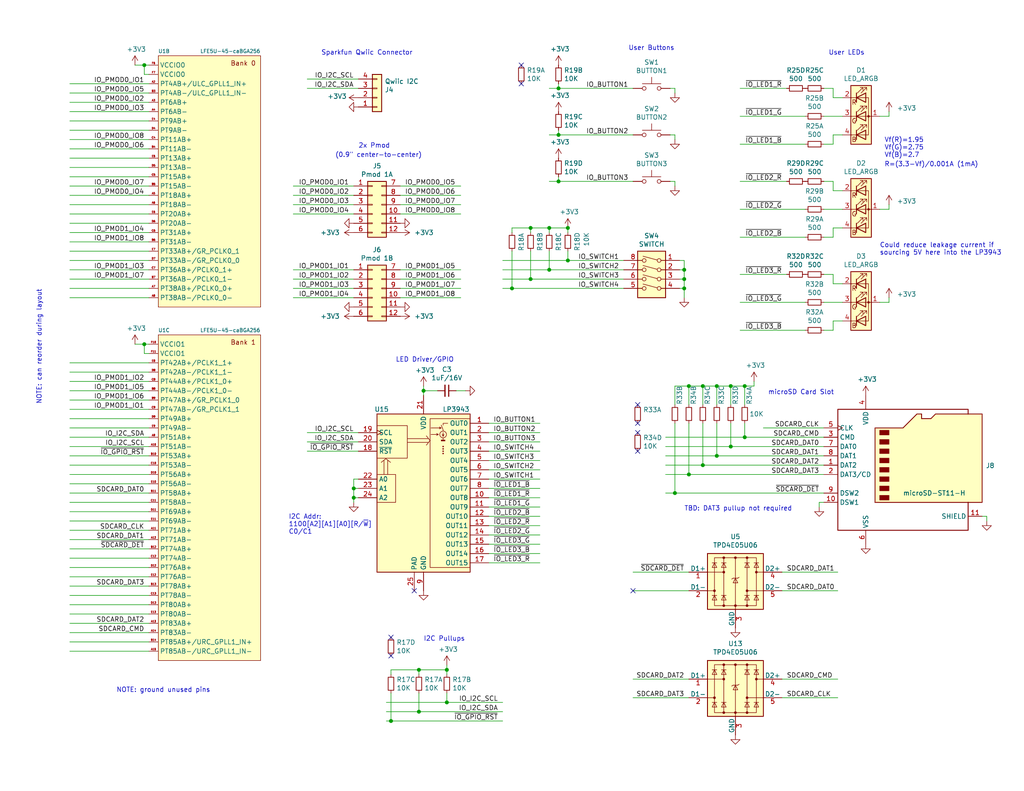
<source format=kicad_sch>
(kicad_sch (version 20200512) (host eeschema "(5.99.0-1839-gb83d64fc0)")
  (page 1 8)
  (paper "USLetter")
  (title_block (title "FPGA I/O") (rev "r0"))
  (lib_symbols
    (symbol "Connector_Generic:Conn_01x04" (pin_names hide)
      (property "Reference" "J" (at 0 5.08 0))
      (property "Value" "Conn_01x04" (at 0 -7.62 0))
      (symbol "Conn_01x04_1_1"
        (pin passive line (at -5.08 2.54 0) (length 3.81) (name "Pin_1") (number "1"))
        (pin passive line (at -5.08 0 0) (length 3.81) (name "Pin_2") (number "2"))
        (pin passive line (at -5.08 -2.54 0) (length 3.81) (name "Pin_3") (number "3"))
        (pin passive line (at -5.08 -5.08 0) (length 3.81) (name "Pin_4") (number "4"))
      )
    )
    (symbol "Connector_Generic:Conn_02x06_Top_Bottom" (pin_names hide)
      (property "Reference" "J" (at 1.27 7.62 0))
      (property "Value" "Conn_02x06_Top_Bottom" (at 1.27 -10.16 0))
      (symbol "Conn_02x06_Top_Bottom_1_1"
        (pin passive line (at -5.08 5.08 0) (length 3.81) (name "Pin_1") (number "1"))
        (pin passive line (at 7.62 -2.54 180) (length 3.81) (name "Pin_10") (number "10"))
        (pin passive line (at 7.62 -5.08 180) (length 3.81) (name "Pin_11") (number "11"))
        (pin passive line (at 7.62 -7.62 180) (length 3.81) (name "Pin_12") (number "12"))
        (pin passive line (at -5.08 2.54 0) (length 3.81) (name "Pin_2") (number "2"))
        (pin passive line (at -5.08 0 0) (length 3.81) (name "Pin_3") (number "3"))
        (pin passive line (at -5.08 -2.54 0) (length 3.81) (name "Pin_4") (number "4"))
        (pin passive line (at -5.08 -5.08 0) (length 3.81) (name "Pin_5") (number "5"))
        (pin passive line (at -5.08 -7.62 0) (length 3.81) (name "Pin_6") (number "6"))
        (pin passive line (at 7.62 5.08 180) (length 3.81) (name "Pin_7") (number "7"))
        (pin passive line (at 7.62 2.54 180) (length 3.81) (name "Pin_8") (number "8"))
        (pin passive line (at 7.62 0 180) (length 3.81) (name "Pin_9") (number "9"))
      )
    )
    (symbol "Connector_RD:Micro_SD_Card_Det-ST11-H"
      (property "Reference" "J" (at -16.51 17.78 0))
      (property "Value" "Micro_SD_Card_Det-ST11-H" (at 16.51 17.78 0))
      (symbol "Micro_SD_Card_Det-ST11-H_1_1"
        (pin bidirectional line (at -22.86 1.27 0) (length 3.81) (name "DAT2") (number "1"))
        (pin passive line (at -22.86 -8.89 0) (length 3.81) (name "DSW1") (number "10"))
        (pin passive line (at 20.32 -12.7 180) (length 3.81) (name "SHIELD") (number "11"))
        (pin bidirectional line (at -22.86 -1.27 0) (length 3.81) (name "DAT3/CD") (number "2"))
        (pin input line (at -22.86 8.89 0) (length 3.81) (name "CMD") (number "3"))
        (pin power_in line (at -11.43 20.32 270) (length 3.81) (name "VDD") (number "4"))
        (pin input clock (at -22.86 11.43 0) (length 3.81) (name "CLK") (number "5"))
        (pin power_in line (at -11.43 -20.32 90) (length 3.81) (name "VSS") (number "6"))
        (pin bidirectional line (at -22.86 6.35 0) (length 3.81) (name "DAT0") (number "7"))
        (pin bidirectional line (at -22.86 3.81 0) (length 3.81) (name "DAT1") (number "8"))
        (pin passive line (at -22.86 -6.35 0) (length 3.81) (name "DSW2") (number "9"))
      )
    )
    (symbol "Device:C_Small" (pin_numbers hide) (pin_names (offset 0.254) hide)
      (property "Reference" "C" (at 0.254 1.778 0))
      (property "Value" "C_Small" (at 0.254 -2.032 0))
      (symbol "C_Small_1_1"
        (pin passive line (at 0 2.54 270) (length 2.032) (name "~") (number "1"))
        (pin passive line (at 0 -2.54 90) (length 2.032) (name "~") (number "2"))
      )
    )
    (symbol "Device:LED_ARGB" (pin_names (offset 0) hide)
      (property "Reference" "D" (at 0 9.398 0))
      (property "Value" "LED_ARGB" (at 0 -8.89 0))
      (symbol "LED_ARGB_0_0"
        (text "B" (at -1.905 -6.35 0) (effects (font (size 1.27 1.27))))
        (text "G" (at -1.905 -1.27 0) (effects (font (size 1.27 1.27))))
        (text "R" (at -1.905 3.81 0) (effects (font (size 1.27 1.27))))
      )
      (symbol "LED_ARGB_1_1"
        (pin passive line (at 5.08 0 180) (length 2.54) (name "A") (number "1"))
        (pin passive line (at -5.08 5.08 0) (length 2.54) (name "RK") (number "2"))
        (pin passive line (at -5.08 0 0) (length 2.54) (name "GK") (number "3"))
        (pin passive line (at -5.08 -5.08 0) (length 2.54) (name "BK") (number "4"))
      )
    )
    (symbol "Device:LED_ARGB_1" (pin_names (offset 0) hide)
      (property "Reference" "D" (at 0 9.398 0))
      (property "Value" "LED_ARGB" (at 0 -8.89 0))
      (symbol "LED_ARGB_1_0_0"
        (text "B" (at -1.905 -6.35 0) (effects (font (size 1.27 1.27))))
        (text "G" (at -1.905 -1.27 0) (effects (font (size 1.27 1.27))))
        (text "R" (at -1.905 3.81 0) (effects (font (size 1.27 1.27))))
      )
      (symbol "LED_ARGB_1_1_1"
        (pin passive line (at 5.08 0 180) (length 2.54) (name "A") (number "1"))
        (pin passive line (at -5.08 5.08 0) (length 2.54) (name "RK") (number "2"))
        (pin passive line (at -5.08 0 0) (length 2.54) (name "GK") (number "3"))
        (pin passive line (at -5.08 -5.08 0) (length 2.54) (name "BK") (number "4"))
      )
    )
    (symbol "Device_RD:R_Pack04_Small_Split" (pin_numbers hide) (pin_names (offset 0) hide)
      (property "Reference" "R" (at 2.032 0 90))
      (property "Value" "R_Pack04_Small_Split" (at 0 2.54 90))
      (symbol "R_Pack04_Small_Split_1_1"
        (pin passive line (at 0 2.54 270) (length 0.762) (name "~") (number "1"))
        (pin passive line (at 0 -2.54 90) (length 0.762) (name "~") (number "8"))
      )
      (symbol "R_Pack04_Small_Split_2_1"
        (pin passive line (at 0 2.54 270) (length 0.762) (name "~") (number "2"))
        (pin passive line (at 0 -2.54 90) (length 0.762) (name "~") (number "7"))
      )
      (symbol "R_Pack04_Small_Split_3_1"
        (pin passive line (at 0 2.54 270) (length 0.762) (name "~") (number "3"))
        (pin passive line (at 0 -2.54 90) (length 0.762) (name "~") (number "6"))
      )
      (symbol "R_Pack04_Small_Split_4_1"
        (pin passive line (at 0 2.54 270) (length 0.762) (name "~") (number "4"))
        (pin passive line (at 0 -2.54 90) (length 0.762) (name "~") (number "5"))
      )
    )
    (symbol "Device_RD:R_Pack04_Small_Split_1" (pin_numbers hide) (pin_names (offset 0) hide)
      (property "Reference" "R" (at 2.032 0 90))
      (property "Value" "R_Pack04_Small_Split" (at 0 2.54 90))
      (symbol "R_Pack04_Small_Split_1_1_1"
        (pin passive line (at 0 2.54 270) (length 0.762) (name "~") (number "1"))
        (pin passive line (at 0 -2.54 90) (length 0.762) (name "~") (number "8"))
      )
      (symbol "R_Pack04_Small_Split_1_2_1"
        (pin passive line (at 0 2.54 270) (length 0.762) (name "~") (number "2"))
        (pin passive line (at 0 -2.54 90) (length 0.762) (name "~") (number "7"))
      )
      (symbol "R_Pack04_Small_Split_1_3_1"
        (pin passive line (at 0 2.54 270) (length 0.762) (name "~") (number "3"))
        (pin passive line (at 0 -2.54 90) (length 0.762) (name "~") (number "6"))
      )
      (symbol "R_Pack04_Small_Split_1_4_1"
        (pin passive line (at 0 2.54 270) (length 0.762) (name "~") (number "4"))
        (pin passive line (at 0 -2.54 90) (length 0.762) (name "~") (number "5"))
      )
    )
    (symbol "Device_RD:R_Pack04_Small_Split_10" (pin_numbers hide) (pin_names (offset 0) hide)
      (property "Reference" "R" (at 2.032 0 90))
      (property "Value" "R_Pack04_Small_Split" (at 0 2.54 90))
      (symbol "R_Pack04_Small_Split_10_1_1"
        (pin passive line (at 0 2.54 270) (length 0.762) (name "~") (number "1"))
        (pin passive line (at 0 -2.54 90) (length 0.762) (name "~") (number "8"))
      )
      (symbol "R_Pack04_Small_Split_10_2_1"
        (pin passive line (at 0 2.54 270) (length 0.762) (name "~") (number "2"))
        (pin passive line (at 0 -2.54 90) (length 0.762) (name "~") (number "7"))
      )
      (symbol "R_Pack04_Small_Split_10_3_1"
        (pin passive line (at 0 2.54 270) (length 0.762) (name "~") (number "3"))
        (pin passive line (at 0 -2.54 90) (length 0.762) (name "~") (number "6"))
      )
      (symbol "R_Pack04_Small_Split_10_4_1"
        (pin passive line (at 0 2.54 270) (length 0.762) (name "~") (number "4"))
        (pin passive line (at 0 -2.54 90) (length 0.762) (name "~") (number "5"))
      )
    )
    (symbol "Device_RD:R_Pack04_Small_Split_11" (pin_numbers hide) (pin_names (offset 0) hide)
      (property "Reference" "R" (at 2.032 0 90))
      (property "Value" "R_Pack04_Small_Split" (at 0 2.54 90))
      (symbol "R_Pack04_Small_Split_11_1_1"
        (pin passive line (at 0 2.54 270) (length 0.762) (name "~") (number "1"))
        (pin passive line (at 0 -2.54 90) (length 0.762) (name "~") (number "8"))
      )
      (symbol "R_Pack04_Small_Split_11_2_1"
        (pin passive line (at 0 2.54 270) (length 0.762) (name "~") (number "2"))
        (pin passive line (at 0 -2.54 90) (length 0.762) (name "~") (number "7"))
      )
      (symbol "R_Pack04_Small_Split_11_3_1"
        (pin passive line (at 0 2.54 270) (length 0.762) (name "~") (number "3"))
        (pin passive line (at 0 -2.54 90) (length 0.762) (name "~") (number "6"))
      )
      (symbol "R_Pack04_Small_Split_11_4_1"
        (pin passive line (at 0 2.54 270) (length 0.762) (name "~") (number "4"))
        (pin passive line (at 0 -2.54 90) (length 0.762) (name "~") (number "5"))
      )
    )
    (symbol "Device_RD:R_Pack04_Small_Split_12" (pin_numbers hide) (pin_names (offset 0) hide)
      (property "Reference" "R" (at 2.032 0 90))
      (property "Value" "R_Pack04_Small_Split" (at 0 2.54 90))
      (symbol "R_Pack04_Small_Split_12_1_1"
        (pin passive line (at 0 2.54 270) (length 0.762) (name "~") (number "1"))
        (pin passive line (at 0 -2.54 90) (length 0.762) (name "~") (number "8"))
      )
      (symbol "R_Pack04_Small_Split_12_2_1"
        (pin passive line (at 0 2.54 270) (length 0.762) (name "~") (number "2"))
        (pin passive line (at 0 -2.54 90) (length 0.762) (name "~") (number "7"))
      )
      (symbol "R_Pack04_Small_Split_12_3_1"
        (pin passive line (at 0 2.54 270) (length 0.762) (name "~") (number "3"))
        (pin passive line (at 0 -2.54 90) (length 0.762) (name "~") (number "6"))
      )
      (symbol "R_Pack04_Small_Split_12_4_1"
        (pin passive line (at 0 2.54 270) (length 0.762) (name "~") (number "4"))
        (pin passive line (at 0 -2.54 90) (length 0.762) (name "~") (number "5"))
      )
    )
    (symbol "Device_RD:R_Pack04_Small_Split_13" (pin_numbers hide) (pin_names (offset 0) hide)
      (property "Reference" "R" (at 2.032 0 90))
      (property "Value" "R_Pack04_Small_Split" (at 0 2.54 90))
      (symbol "R_Pack04_Small_Split_13_1_1"
        (pin passive line (at 0 2.54 270) (length 0.762) (name "~") (number "1"))
        (pin passive line (at 0 -2.54 90) (length 0.762) (name "~") (number "8"))
      )
      (symbol "R_Pack04_Small_Split_13_2_1"
        (pin passive line (at 0 2.54 270) (length 0.762) (name "~") (number "2"))
        (pin passive line (at 0 -2.54 90) (length 0.762) (name "~") (number "7"))
      )
      (symbol "R_Pack04_Small_Split_13_3_1"
        (pin passive line (at 0 2.54 270) (length 0.762) (name "~") (number "3"))
        (pin passive line (at 0 -2.54 90) (length 0.762) (name "~") (number "6"))
      )
      (symbol "R_Pack04_Small_Split_13_4_1"
        (pin passive line (at 0 2.54 270) (length 0.762) (name "~") (number "4"))
        (pin passive line (at 0 -2.54 90) (length 0.762) (name "~") (number "5"))
      )
    )
    (symbol "Device_RD:R_Pack04_Small_Split_14" (pin_numbers hide) (pin_names (offset 0) hide)
      (property "Reference" "R" (at 2.032 0 90))
      (property "Value" "R_Pack04_Small_Split" (at 0 2.54 90))
      (symbol "R_Pack04_Small_Split_14_1_1"
        (pin passive line (at 0 2.54 270) (length 0.762) (name "~") (number "1"))
        (pin passive line (at 0 -2.54 90) (length 0.762) (name "~") (number "8"))
      )
      (symbol "R_Pack04_Small_Split_14_2_1"
        (pin passive line (at 0 2.54 270) (length 0.762) (name "~") (number "2"))
        (pin passive line (at 0 -2.54 90) (length 0.762) (name "~") (number "7"))
      )
      (symbol "R_Pack04_Small_Split_14_3_1"
        (pin passive line (at 0 2.54 270) (length 0.762) (name "~") (number "3"))
        (pin passive line (at 0 -2.54 90) (length 0.762) (name "~") (number "6"))
      )
      (symbol "R_Pack04_Small_Split_14_4_1"
        (pin passive line (at 0 2.54 270) (length 0.762) (name "~") (number "4"))
        (pin passive line (at 0 -2.54 90) (length 0.762) (name "~") (number "5"))
      )
    )
    (symbol "Device_RD:R_Pack04_Small_Split_15" (pin_numbers hide) (pin_names (offset 0) hide)
      (property "Reference" "R" (at 2.032 0 90))
      (property "Value" "R_Pack04_Small_Split" (at 0 2.54 90))
      (symbol "R_Pack04_Small_Split_15_1_1"
        (pin passive line (at 0 2.54 270) (length 0.762) (name "~") (number "1"))
        (pin passive line (at 0 -2.54 90) (length 0.762) (name "~") (number "8"))
      )
      (symbol "R_Pack04_Small_Split_15_2_1"
        (pin passive line (at 0 2.54 270) (length 0.762) (name "~") (number "2"))
        (pin passive line (at 0 -2.54 90) (length 0.762) (name "~") (number "7"))
      )
      (symbol "R_Pack04_Small_Split_15_3_1"
        (pin passive line (at 0 2.54 270) (length 0.762) (name "~") (number "3"))
        (pin passive line (at 0 -2.54 90) (length 0.762) (name "~") (number "6"))
      )
      (symbol "R_Pack04_Small_Split_15_4_1"
        (pin passive line (at 0 2.54 270) (length 0.762) (name "~") (number "4"))
        (pin passive line (at 0 -2.54 90) (length 0.762) (name "~") (number "5"))
      )
    )
    (symbol "Device_RD:R_Pack04_Small_Split_16" (pin_numbers hide) (pin_names (offset 0) hide)
      (property "Reference" "R" (at 2.032 0 90))
      (property "Value" "R_Pack04_Small_Split" (at 0 2.54 90))
      (symbol "R_Pack04_Small_Split_16_1_1"
        (pin passive line (at 0 2.54 270) (length 0.762) (name "~") (number "1"))
        (pin passive line (at 0 -2.54 90) (length 0.762) (name "~") (number "8"))
      )
      (symbol "R_Pack04_Small_Split_16_2_1"
        (pin passive line (at 0 2.54 270) (length 0.762) (name "~") (number "2"))
        (pin passive line (at 0 -2.54 90) (length 0.762) (name "~") (number "7"))
      )
      (symbol "R_Pack04_Small_Split_16_3_1"
        (pin passive line (at 0 2.54 270) (length 0.762) (name "~") (number "3"))
        (pin passive line (at 0 -2.54 90) (length 0.762) (name "~") (number "6"))
      )
      (symbol "R_Pack04_Small_Split_16_4_1"
        (pin passive line (at 0 2.54 270) (length 0.762) (name "~") (number "4"))
        (pin passive line (at 0 -2.54 90) (length 0.762) (name "~") (number "5"))
      )
    )
    (symbol "Device_RD:R_Pack04_Small_Split_17" (pin_numbers hide) (pin_names (offset 0) hide)
      (property "Reference" "R" (at 2.032 0 90))
      (property "Value" "R_Pack04_Small_Split" (at 0 2.54 90))
      (symbol "R_Pack04_Small_Split_17_1_1"
        (pin passive line (at 0 2.54 270) (length 0.762) (name "~") (number "1"))
        (pin passive line (at 0 -2.54 90) (length 0.762) (name "~") (number "8"))
      )
      (symbol "R_Pack04_Small_Split_17_2_1"
        (pin passive line (at 0 2.54 270) (length 0.762) (name "~") (number "2"))
        (pin passive line (at 0 -2.54 90) (length 0.762) (name "~") (number "7"))
      )
      (symbol "R_Pack04_Small_Split_17_3_1"
        (pin passive line (at 0 2.54 270) (length 0.762) (name "~") (number "3"))
        (pin passive line (at 0 -2.54 90) (length 0.762) (name "~") (number "6"))
      )
      (symbol "R_Pack04_Small_Split_17_4_1"
        (pin passive line (at 0 2.54 270) (length 0.762) (name "~") (number "4"))
        (pin passive line (at 0 -2.54 90) (length 0.762) (name "~") (number "5"))
      )
    )
    (symbol "Device_RD:R_Pack04_Small_Split_18" (pin_numbers hide) (pin_names (offset 0) hide)
      (property "Reference" "R" (at 2.032 0 90))
      (property "Value" "R_Pack04_Small_Split" (at 0 2.54 90))
      (symbol "R_Pack04_Small_Split_18_1_1"
        (pin passive line (at 0 2.54 270) (length 0.762) (name "~") (number "1"))
        (pin passive line (at 0 -2.54 90) (length 0.762) (name "~") (number "8"))
      )
      (symbol "R_Pack04_Small_Split_18_2_1"
        (pin passive line (at 0 2.54 270) (length 0.762) (name "~") (number "2"))
        (pin passive line (at 0 -2.54 90) (length 0.762) (name "~") (number "7"))
      )
      (symbol "R_Pack04_Small_Split_18_3_1"
        (pin passive line (at 0 2.54 270) (length 0.762) (name "~") (number "3"))
        (pin passive line (at 0 -2.54 90) (length 0.762) (name "~") (number "6"))
      )
      (symbol "R_Pack04_Small_Split_18_4_1"
        (pin passive line (at 0 2.54 270) (length 0.762) (name "~") (number "4"))
        (pin passive line (at 0 -2.54 90) (length 0.762) (name "~") (number "5"))
      )
    )
    (symbol "Device_RD:R_Pack04_Small_Split_19" (pin_numbers hide) (pin_names (offset 0) hide)
      (property "Reference" "R" (at 2.032 0 90))
      (property "Value" "R_Pack04_Small_Split" (at 0 2.54 90))
      (symbol "R_Pack04_Small_Split_19_1_1"
        (pin passive line (at 0 2.54 270) (length 0.762) (name "~") (number "1"))
        (pin passive line (at 0 -2.54 90) (length 0.762) (name "~") (number "8"))
      )
      (symbol "R_Pack04_Small_Split_19_2_1"
        (pin passive line (at 0 2.54 270) (length 0.762) (name "~") (number "2"))
        (pin passive line (at 0 -2.54 90) (length 0.762) (name "~") (number "7"))
      )
      (symbol "R_Pack04_Small_Split_19_3_1"
        (pin passive line (at 0 2.54 270) (length 0.762) (name "~") (number "3"))
        (pin passive line (at 0 -2.54 90) (length 0.762) (name "~") (number "6"))
      )
      (symbol "R_Pack04_Small_Split_19_4_1"
        (pin passive line (at 0 2.54 270) (length 0.762) (name "~") (number "4"))
        (pin passive line (at 0 -2.54 90) (length 0.762) (name "~") (number "5"))
      )
    )
    (symbol "Device_RD:R_Pack04_Small_Split_2" (pin_numbers hide) (pin_names (offset 0) hide)
      (property "Reference" "R" (at 2.032 0 90))
      (property "Value" "R_Pack04_Small_Split" (at 0 2.54 90))
      (symbol "R_Pack04_Small_Split_2_1_1"
        (pin passive line (at 0 2.54 270) (length 0.762) (name "~") (number "1"))
        (pin passive line (at 0 -2.54 90) (length 0.762) (name "~") (number "8"))
      )
      (symbol "R_Pack04_Small_Split_2_2_1"
        (pin passive line (at 0 2.54 270) (length 0.762) (name "~") (number "2"))
        (pin passive line (at 0 -2.54 90) (length 0.762) (name "~") (number "7"))
      )
      (symbol "R_Pack04_Small_Split_2_3_1"
        (pin passive line (at 0 2.54 270) (length 0.762) (name "~") (number "3"))
        (pin passive line (at 0 -2.54 90) (length 0.762) (name "~") (number "6"))
      )
      (symbol "R_Pack04_Small_Split_2_4_1"
        (pin passive line (at 0 2.54 270) (length 0.762) (name "~") (number "4"))
        (pin passive line (at 0 -2.54 90) (length 0.762) (name "~") (number "5"))
      )
    )
    (symbol "Device_RD:R_Pack04_Small_Split_20" (pin_numbers hide) (pin_names (offset 0) hide)
      (property "Reference" "R" (at 2.032 0 90))
      (property "Value" "R_Pack04_Small_Split" (at 0 2.54 90))
      (symbol "R_Pack04_Small_Split_20_1_1"
        (pin passive line (at 0 2.54 270) (length 0.762) (name "~") (number "1"))
        (pin passive line (at 0 -2.54 90) (length 0.762) (name "~") (number "8"))
      )
      (symbol "R_Pack04_Small_Split_20_2_1"
        (pin passive line (at 0 2.54 270) (length 0.762) (name "~") (number "2"))
        (pin passive line (at 0 -2.54 90) (length 0.762) (name "~") (number "7"))
      )
      (symbol "R_Pack04_Small_Split_20_3_1"
        (pin passive line (at 0 2.54 270) (length 0.762) (name "~") (number "3"))
        (pin passive line (at 0 -2.54 90) (length 0.762) (name "~") (number "6"))
      )
      (symbol "R_Pack04_Small_Split_20_4_1"
        (pin passive line (at 0 2.54 270) (length 0.762) (name "~") (number "4"))
        (pin passive line (at 0 -2.54 90) (length 0.762) (name "~") (number "5"))
      )
    )
    (symbol "Device_RD:R_Pack04_Small_Split_21" (pin_numbers hide) (pin_names (offset 0) hide)
      (property "Reference" "R" (at 2.032 0 90))
      (property "Value" "R_Pack04_Small_Split" (at 0 2.54 90))
      (symbol "R_Pack04_Small_Split_21_1_1"
        (pin passive line (at 0 2.54 270) (length 0.762) (name "~") (number "1"))
        (pin passive line (at 0 -2.54 90) (length 0.762) (name "~") (number "8"))
      )
      (symbol "R_Pack04_Small_Split_21_2_1"
        (pin passive line (at 0 2.54 270) (length 0.762) (name "~") (number "2"))
        (pin passive line (at 0 -2.54 90) (length 0.762) (name "~") (number "7"))
      )
      (symbol "R_Pack04_Small_Split_21_3_1"
        (pin passive line (at 0 2.54 270) (length 0.762) (name "~") (number "3"))
        (pin passive line (at 0 -2.54 90) (length 0.762) (name "~") (number "6"))
      )
      (symbol "R_Pack04_Small_Split_21_4_1"
        (pin passive line (at 0 2.54 270) (length 0.762) (name "~") (number "4"))
        (pin passive line (at 0 -2.54 90) (length 0.762) (name "~") (number "5"))
      )
    )
    (symbol "Device_RD:R_Pack04_Small_Split_22" (pin_numbers hide) (pin_names (offset 0) hide)
      (property "Reference" "R" (at 2.032 0 90))
      (property "Value" "R_Pack04_Small_Split" (at 0 2.54 90))
      (symbol "R_Pack04_Small_Split_22_1_1"
        (pin passive line (at 0 2.54 270) (length 0.762) (name "~") (number "1"))
        (pin passive line (at 0 -2.54 90) (length 0.762) (name "~") (number "8"))
      )
      (symbol "R_Pack04_Small_Split_22_2_1"
        (pin passive line (at 0 2.54 270) (length 0.762) (name "~") (number "2"))
        (pin passive line (at 0 -2.54 90) (length 0.762) (name "~") (number "7"))
      )
      (symbol "R_Pack04_Small_Split_22_3_1"
        (pin passive line (at 0 2.54 270) (length 0.762) (name "~") (number "3"))
        (pin passive line (at 0 -2.54 90) (length 0.762) (name "~") (number "6"))
      )
      (symbol "R_Pack04_Small_Split_22_4_1"
        (pin passive line (at 0 2.54 270) (length 0.762) (name "~") (number "4"))
        (pin passive line (at 0 -2.54 90) (length 0.762) (name "~") (number "5"))
      )
    )
    (symbol "Device_RD:R_Pack04_Small_Split_23" (pin_numbers hide) (pin_names (offset 0) hide)
      (property "Reference" "R" (at 2.032 0 90))
      (property "Value" "R_Pack04_Small_Split" (at 0 2.54 90))
      (symbol "R_Pack04_Small_Split_23_1_1"
        (pin passive line (at 0 2.54 270) (length 0.762) (name "~") (number "1"))
        (pin passive line (at 0 -2.54 90) (length 0.762) (name "~") (number "8"))
      )
      (symbol "R_Pack04_Small_Split_23_2_1"
        (pin passive line (at 0 2.54 270) (length 0.762) (name "~") (number "2"))
        (pin passive line (at 0 -2.54 90) (length 0.762) (name "~") (number "7"))
      )
      (symbol "R_Pack04_Small_Split_23_3_1"
        (pin passive line (at 0 2.54 270) (length 0.762) (name "~") (number "3"))
        (pin passive line (at 0 -2.54 90) (length 0.762) (name "~") (number "6"))
      )
      (symbol "R_Pack04_Small_Split_23_4_1"
        (pin passive line (at 0 2.54 270) (length 0.762) (name "~") (number "4"))
        (pin passive line (at 0 -2.54 90) (length 0.762) (name "~") (number "5"))
      )
    )
    (symbol "Device_RD:R_Pack04_Small_Split_24" (pin_numbers hide) (pin_names (offset 0) hide)
      (property "Reference" "R" (at 2.032 0 90))
      (property "Value" "R_Pack04_Small_Split" (at 0 2.54 90))
      (symbol "R_Pack04_Small_Split_24_1_1"
        (pin passive line (at 0 2.54 270) (length 0.762) (name "~") (number "1"))
        (pin passive line (at 0 -2.54 90) (length 0.762) (name "~") (number "8"))
      )
      (symbol "R_Pack04_Small_Split_24_2_1"
        (pin passive line (at 0 2.54 270) (length 0.762) (name "~") (number "2"))
        (pin passive line (at 0 -2.54 90) (length 0.762) (name "~") (number "7"))
      )
      (symbol "R_Pack04_Small_Split_24_3_1"
        (pin passive line (at 0 2.54 270) (length 0.762) (name "~") (number "3"))
        (pin passive line (at 0 -2.54 90) (length 0.762) (name "~") (number "6"))
      )
      (symbol "R_Pack04_Small_Split_24_4_1"
        (pin passive line (at 0 2.54 270) (length 0.762) (name "~") (number "4"))
        (pin passive line (at 0 -2.54 90) (length 0.762) (name "~") (number "5"))
      )
    )
    (symbol "Device_RD:R_Pack04_Small_Split_25" (pin_numbers hide) (pin_names (offset 0) hide)
      (property "Reference" "R" (at 2.032 0 90))
      (property "Value" "R_Pack04_Small_Split" (at 0 2.54 90))
      (symbol "R_Pack04_Small_Split_25_1_1"
        (pin passive line (at 0 2.54 270) (length 0.762) (name "~") (number "1"))
        (pin passive line (at 0 -2.54 90) (length 0.762) (name "~") (number "8"))
      )
      (symbol "R_Pack04_Small_Split_25_2_1"
        (pin passive line (at 0 2.54 270) (length 0.762) (name "~") (number "2"))
        (pin passive line (at 0 -2.54 90) (length 0.762) (name "~") (number "7"))
      )
      (symbol "R_Pack04_Small_Split_25_3_1"
        (pin passive line (at 0 2.54 270) (length 0.762) (name "~") (number "3"))
        (pin passive line (at 0 -2.54 90) (length 0.762) (name "~") (number "6"))
      )
      (symbol "R_Pack04_Small_Split_25_4_1"
        (pin passive line (at 0 2.54 270) (length 0.762) (name "~") (number "4"))
        (pin passive line (at 0 -2.54 90) (length 0.762) (name "~") (number "5"))
      )
    )
    (symbol "Device_RD:R_Pack04_Small_Split_26" (pin_numbers hide) (pin_names (offset 0) hide)
      (property "Reference" "R" (at 2.032 0 90))
      (property "Value" "R_Pack04_Small_Split" (at 0 2.54 90))
      (symbol "R_Pack04_Small_Split_26_1_1"
        (pin passive line (at 0 2.54 270) (length 0.762) (name "~") (number "1"))
        (pin passive line (at 0 -2.54 90) (length 0.762) (name "~") (number "8"))
      )
      (symbol "R_Pack04_Small_Split_26_2_1"
        (pin passive line (at 0 2.54 270) (length 0.762) (name "~") (number "2"))
        (pin passive line (at 0 -2.54 90) (length 0.762) (name "~") (number "7"))
      )
      (symbol "R_Pack04_Small_Split_26_3_1"
        (pin passive line (at 0 2.54 270) (length 0.762) (name "~") (number "3"))
        (pin passive line (at 0 -2.54 90) (length 0.762) (name "~") (number "6"))
      )
      (symbol "R_Pack04_Small_Split_26_4_1"
        (pin passive line (at 0 2.54 270) (length 0.762) (name "~") (number "4"))
        (pin passive line (at 0 -2.54 90) (length 0.762) (name "~") (number "5"))
      )
    )
    (symbol "Device_RD:R_Pack04_Small_Split_27" (pin_numbers hide) (pin_names (offset 0) hide)
      (property "Reference" "R" (at 2.032 0 90))
      (property "Value" "R_Pack04_Small_Split" (at 0 2.54 90))
      (symbol "R_Pack04_Small_Split_27_1_1"
        (pin passive line (at 0 2.54 270) (length 0.762) (name "~") (number "1"))
        (pin passive line (at 0 -2.54 90) (length 0.762) (name "~") (number "8"))
      )
      (symbol "R_Pack04_Small_Split_27_2_1"
        (pin passive line (at 0 2.54 270) (length 0.762) (name "~") (number "2"))
        (pin passive line (at 0 -2.54 90) (length 0.762) (name "~") (number "7"))
      )
      (symbol "R_Pack04_Small_Split_27_3_1"
        (pin passive line (at 0 2.54 270) (length 0.762) (name "~") (number "3"))
        (pin passive line (at 0 -2.54 90) (length 0.762) (name "~") (number "6"))
      )
      (symbol "R_Pack04_Small_Split_27_4_1"
        (pin passive line (at 0 2.54 270) (length 0.762) (name "~") (number "4"))
        (pin passive line (at 0 -2.54 90) (length 0.762) (name "~") (number "5"))
      )
    )
    (symbol "Device_RD:R_Pack04_Small_Split_28" (pin_numbers hide) (pin_names (offset 0) hide)
      (property "Reference" "R" (at 2.032 0 90))
      (property "Value" "R_Pack04_Small_Split" (at 0 2.54 90))
      (symbol "R_Pack04_Small_Split_28_1_1"
        (pin passive line (at 0 2.54 270) (length 0.762) (name "~") (number "1"))
        (pin passive line (at 0 -2.54 90) (length 0.762) (name "~") (number "8"))
      )
      (symbol "R_Pack04_Small_Split_28_2_1"
        (pin passive line (at 0 2.54 270) (length 0.762) (name "~") (number "2"))
        (pin passive line (at 0 -2.54 90) (length 0.762) (name "~") (number "7"))
      )
      (symbol "R_Pack04_Small_Split_28_3_1"
        (pin passive line (at 0 2.54 270) (length 0.762) (name "~") (number "3"))
        (pin passive line (at 0 -2.54 90) (length 0.762) (name "~") (number "6"))
      )
      (symbol "R_Pack04_Small_Split_28_4_1"
        (pin passive line (at 0 2.54 270) (length 0.762) (name "~") (number "4"))
        (pin passive line (at 0 -2.54 90) (length 0.762) (name "~") (number "5"))
      )
    )
    (symbol "Device_RD:R_Pack04_Small_Split_29" (pin_numbers hide) (pin_names (offset 0) hide)
      (property "Reference" "R" (at 2.032 0 90))
      (property "Value" "R_Pack04_Small_Split" (at 0 2.54 90))
      (symbol "R_Pack04_Small_Split_29_1_1"
        (pin passive line (at 0 2.54 270) (length 0.762) (name "~") (number "1"))
        (pin passive line (at 0 -2.54 90) (length 0.762) (name "~") (number "8"))
      )
      (symbol "R_Pack04_Small_Split_29_2_1"
        (pin passive line (at 0 2.54 270) (length 0.762) (name "~") (number "2"))
        (pin passive line (at 0 -2.54 90) (length 0.762) (name "~") (number "7"))
      )
      (symbol "R_Pack04_Small_Split_29_3_1"
        (pin passive line (at 0 2.54 270) (length 0.762) (name "~") (number "3"))
        (pin passive line (at 0 -2.54 90) (length 0.762) (name "~") (number "6"))
      )
      (symbol "R_Pack04_Small_Split_29_4_1"
        (pin passive line (at 0 2.54 270) (length 0.762) (name "~") (number "4"))
        (pin passive line (at 0 -2.54 90) (length 0.762) (name "~") (number "5"))
      )
    )
    (symbol "Device_RD:R_Pack04_Small_Split_3" (pin_numbers hide) (pin_names (offset 0) hide)
      (property "Reference" "R" (at 2.032 0 90))
      (property "Value" "R_Pack04_Small_Split" (at 0 2.54 90))
      (symbol "R_Pack04_Small_Split_3_1_1"
        (pin passive line (at 0 2.54 270) (length 0.762) (name "~") (number "1"))
        (pin passive line (at 0 -2.54 90) (length 0.762) (name "~") (number "8"))
      )
      (symbol "R_Pack04_Small_Split_3_2_1"
        (pin passive line (at 0 2.54 270) (length 0.762) (name "~") (number "2"))
        (pin passive line (at 0 -2.54 90) (length 0.762) (name "~") (number "7"))
      )
      (symbol "R_Pack04_Small_Split_3_3_1"
        (pin passive line (at 0 2.54 270) (length 0.762) (name "~") (number "3"))
        (pin passive line (at 0 -2.54 90) (length 0.762) (name "~") (number "6"))
      )
      (symbol "R_Pack04_Small_Split_3_4_1"
        (pin passive line (at 0 2.54 270) (length 0.762) (name "~") (number "4"))
        (pin passive line (at 0 -2.54 90) (length 0.762) (name "~") (number "5"))
      )
    )
    (symbol "Device_RD:R_Pack04_Small_Split_30" (pin_numbers hide) (pin_names (offset 0) hide)
      (property "Reference" "R" (at 2.032 0 90))
      (property "Value" "R_Pack04_Small_Split" (at 0 2.54 90))
      (symbol "R_Pack04_Small_Split_30_1_1"
        (pin passive line (at 0 2.54 270) (length 0.762) (name "~") (number "1"))
        (pin passive line (at 0 -2.54 90) (length 0.762) (name "~") (number "8"))
      )
      (symbol "R_Pack04_Small_Split_30_2_1"
        (pin passive line (at 0 2.54 270) (length 0.762) (name "~") (number "2"))
        (pin passive line (at 0 -2.54 90) (length 0.762) (name "~") (number "7"))
      )
      (symbol "R_Pack04_Small_Split_30_3_1"
        (pin passive line (at 0 2.54 270) (length 0.762) (name "~") (number "3"))
        (pin passive line (at 0 -2.54 90) (length 0.762) (name "~") (number "6"))
      )
      (symbol "R_Pack04_Small_Split_30_4_1"
        (pin passive line (at 0 2.54 270) (length 0.762) (name "~") (number "4"))
        (pin passive line (at 0 -2.54 90) (length 0.762) (name "~") (number "5"))
      )
    )
    (symbol "Device_RD:R_Pack04_Small_Split_31" (pin_numbers hide) (pin_names (offset 0) hide)
      (property "Reference" "R" (at 2.032 0 90))
      (property "Value" "R_Pack04_Small_Split" (at 0 2.54 90))
      (symbol "R_Pack04_Small_Split_31_1_1"
        (pin passive line (at 0 2.54 270) (length 0.762) (name "~") (number "1"))
        (pin passive line (at 0 -2.54 90) (length 0.762) (name "~") (number "8"))
      )
      (symbol "R_Pack04_Small_Split_31_2_1"
        (pin passive line (at 0 2.54 270) (length 0.762) (name "~") (number "2"))
        (pin passive line (at 0 -2.54 90) (length 0.762) (name "~") (number "7"))
      )
      (symbol "R_Pack04_Small_Split_31_3_1"
        (pin passive line (at 0 2.54 270) (length 0.762) (name "~") (number "3"))
        (pin passive line (at 0 -2.54 90) (length 0.762) (name "~") (number "6"))
      )
      (symbol "R_Pack04_Small_Split_31_4_1"
        (pin passive line (at 0 2.54 270) (length 0.762) (name "~") (number "4"))
        (pin passive line (at 0 -2.54 90) (length 0.762) (name "~") (number "5"))
      )
    )
    (symbol "Device_RD:R_Pack04_Small_Split_4" (pin_numbers hide) (pin_names (offset 0) hide)
      (property "Reference" "R" (at 2.032 0 90))
      (property "Value" "R_Pack04_Small_Split" (at 0 2.54 90))
      (symbol "R_Pack04_Small_Split_4_1_1"
        (pin passive line (at 0 2.54 270) (length 0.762) (name "~") (number "1"))
        (pin passive line (at 0 -2.54 90) (length 0.762) (name "~") (number "8"))
      )
      (symbol "R_Pack04_Small_Split_4_2_1"
        (pin passive line (at 0 2.54 270) (length 0.762) (name "~") (number "2"))
        (pin passive line (at 0 -2.54 90) (length 0.762) (name "~") (number "7"))
      )
      (symbol "R_Pack04_Small_Split_4_3_1"
        (pin passive line (at 0 2.54 270) (length 0.762) (name "~") (number "3"))
        (pin passive line (at 0 -2.54 90) (length 0.762) (name "~") (number "6"))
      )
      (symbol "R_Pack04_Small_Split_4_4_1"
        (pin passive line (at 0 2.54 270) (length 0.762) (name "~") (number "4"))
        (pin passive line (at 0 -2.54 90) (length 0.762) (name "~") (number "5"))
      )
    )
    (symbol "Device_RD:R_Pack04_Small_Split_5" (pin_numbers hide) (pin_names (offset 0) hide)
      (property "Reference" "R" (at 2.032 0 90))
      (property "Value" "R_Pack04_Small_Split" (at 0 2.54 90))
      (symbol "R_Pack04_Small_Split_5_1_1"
        (pin passive line (at 0 2.54 270) (length 0.762) (name "~") (number "1"))
        (pin passive line (at 0 -2.54 90) (length 0.762) (name "~") (number "8"))
      )
      (symbol "R_Pack04_Small_Split_5_2_1"
        (pin passive line (at 0 2.54 270) (length 0.762) (name "~") (number "2"))
        (pin passive line (at 0 -2.54 90) (length 0.762) (name "~") (number "7"))
      )
      (symbol "R_Pack04_Small_Split_5_3_1"
        (pin passive line (at 0 2.54 270) (length 0.762) (name "~") (number "3"))
        (pin passive line (at 0 -2.54 90) (length 0.762) (name "~") (number "6"))
      )
      (symbol "R_Pack04_Small_Split_5_4_1"
        (pin passive line (at 0 2.54 270) (length 0.762) (name "~") (number "4"))
        (pin passive line (at 0 -2.54 90) (length 0.762) (name "~") (number "5"))
      )
    )
    (symbol "Device_RD:R_Pack04_Small_Split_6" (pin_numbers hide) (pin_names (offset 0) hide)
      (property "Reference" "R" (at 2.032 0 90))
      (property "Value" "R_Pack04_Small_Split" (at 0 2.54 90))
      (symbol "R_Pack04_Small_Split_6_1_1"
        (pin passive line (at 0 2.54 270) (length 0.762) (name "~") (number "1"))
        (pin passive line (at 0 -2.54 90) (length 0.762) (name "~") (number "8"))
      )
      (symbol "R_Pack04_Small_Split_6_2_1"
        (pin passive line (at 0 2.54 270) (length 0.762) (name "~") (number "2"))
        (pin passive line (at 0 -2.54 90) (length 0.762) (name "~") (number "7"))
      )
      (symbol "R_Pack04_Small_Split_6_3_1"
        (pin passive line (at 0 2.54 270) (length 0.762) (name "~") (number "3"))
        (pin passive line (at 0 -2.54 90) (length 0.762) (name "~") (number "6"))
      )
      (symbol "R_Pack04_Small_Split_6_4_1"
        (pin passive line (at 0 2.54 270) (length 0.762) (name "~") (number "4"))
        (pin passive line (at 0 -2.54 90) (length 0.762) (name "~") (number "5"))
      )
    )
    (symbol "Device_RD:R_Pack04_Small_Split_7" (pin_numbers hide) (pin_names (offset 0) hide)
      (property "Reference" "R" (at 2.032 0 90))
      (property "Value" "R_Pack04_Small_Split" (at 0 2.54 90))
      (symbol "R_Pack04_Small_Split_7_1_1"
        (pin passive line (at 0 2.54 270) (length 0.762) (name "~") (number "1"))
        (pin passive line (at 0 -2.54 90) (length 0.762) (name "~") (number "8"))
      )
      (symbol "R_Pack04_Small_Split_7_2_1"
        (pin passive line (at 0 2.54 270) (length 0.762) (name "~") (number "2"))
        (pin passive line (at 0 -2.54 90) (length 0.762) (name "~") (number "7"))
      )
      (symbol "R_Pack04_Small_Split_7_3_1"
        (pin passive line (at 0 2.54 270) (length 0.762) (name "~") (number "3"))
        (pin passive line (at 0 -2.54 90) (length 0.762) (name "~") (number "6"))
      )
      (symbol "R_Pack04_Small_Split_7_4_1"
        (pin passive line (at 0 2.54 270) (length 0.762) (name "~") (number "4"))
        (pin passive line (at 0 -2.54 90) (length 0.762) (name "~") (number "5"))
      )
    )
    (symbol "Device_RD:R_Pack04_Small_Split_8" (pin_numbers hide) (pin_names (offset 0) hide)
      (property "Reference" "R" (at 2.032 0 90))
      (property "Value" "R_Pack04_Small_Split" (at 0 2.54 90))
      (symbol "R_Pack04_Small_Split_8_1_1"
        (pin passive line (at 0 2.54 270) (length 0.762) (name "~") (number "1"))
        (pin passive line (at 0 -2.54 90) (length 0.762) (name "~") (number "8"))
      )
      (symbol "R_Pack04_Small_Split_8_2_1"
        (pin passive line (at 0 2.54 270) (length 0.762) (name "~") (number "2"))
        (pin passive line (at 0 -2.54 90) (length 0.762) (name "~") (number "7"))
      )
      (symbol "R_Pack04_Small_Split_8_3_1"
        (pin passive line (at 0 2.54 270) (length 0.762) (name "~") (number "3"))
        (pin passive line (at 0 -2.54 90) (length 0.762) (name "~") (number "6"))
      )
      (symbol "R_Pack04_Small_Split_8_4_1"
        (pin passive line (at 0 2.54 270) (length 0.762) (name "~") (number "4"))
        (pin passive line (at 0 -2.54 90) (length 0.762) (name "~") (number "5"))
      )
    )
    (symbol "Device_RD:R_Pack04_Small_Split_9" (pin_numbers hide) (pin_names (offset 0) hide)
      (property "Reference" "R" (at 2.032 0 90))
      (property "Value" "R_Pack04_Small_Split" (at 0 2.54 90))
      (symbol "R_Pack04_Small_Split_9_1_1"
        (pin passive line (at 0 2.54 270) (length 0.762) (name "~") (number "1"))
        (pin passive line (at 0 -2.54 90) (length 0.762) (name "~") (number "8"))
      )
      (symbol "R_Pack04_Small_Split_9_2_1"
        (pin passive line (at 0 2.54 270) (length 0.762) (name "~") (number "2"))
        (pin passive line (at 0 -2.54 90) (length 0.762) (name "~") (number "7"))
      )
      (symbol "R_Pack04_Small_Split_9_3_1"
        (pin passive line (at 0 2.54 270) (length 0.762) (name "~") (number "3"))
        (pin passive line (at 0 -2.54 90) (length 0.762) (name "~") (number "6"))
      )
      (symbol "R_Pack04_Small_Split_9_4_1"
        (pin passive line (at 0 2.54 270) (length 0.762) (name "~") (number "4"))
        (pin passive line (at 0 -2.54 90) (length 0.762) (name "~") (number "5"))
      )
    )
    (symbol "Driver_LED_RD:LP3943"
      (property "Reference" "U" (at -12.7 22.225 0))
      (property "Value" "LP3943" (at 1.27 22.225 0))
      (symbol "LP3943_1_1"
        (pin power_in line (at 0 -27.94 90) (length 5.08) (name "GND") (number "9"))
        (pin open_collector line (at 17.78 10.16 180) (length 5.08) (name "OUT3") (number "4"))
        (pin open_collector line (at 17.78 7.62 180) (length 5.08) (name "OUT4") (number "5"))
        (pin open_collector line (at 17.78 5.08 180) (length 5.08) (name "OUT5") (number "6"))
        (pin open_collector line (at 17.78 2.54 180) (length 5.08) (name "OUT6") (number "7"))
        (pin open_collector line (at 17.78 0 180) (length 5.08) (name "OUT7") (number "8"))
        (pin open_collector line (at 17.78 -2.54 180) (length 5.08) (name "OUT8") (number "10"))
        (pin open_collector line (at 17.78 -5.08 180) (length 5.08) (name "OUT9") (number "11"))
        (pin open_collector line (at 17.78 -7.62 180) (length 5.08) (name "OUT10") (number "12"))
        (pin open_collector line (at 17.78 -10.16 180) (length 5.08) (name "OUT11") (number "13"))
        (pin open_collector line (at 17.78 -12.7 180) (length 5.08) (name "OUT12") (number "14"))
        (pin open_collector line (at 17.78 -15.24 180) (length 5.08) (name "OUT13") (number "15"))
        (pin open_collector line (at 17.78 -17.78 180) (length 5.08) (name "OUT14") (number "16"))
        (pin open_collector line (at 17.78 -20.32 180) (length 5.08) (name "OUT15") (number "17"))
        (pin input line (at -17.78 10.16 0) (length 5.08) (name "~RST") (number "18"))
        (pin input line (at -17.78 -2.54 0) (length 5.08) (name "A2") (number "24"))
        (pin input line (at -17.78 0 0) (length 5.08) (name "A1") (number "23"))
        (pin input line (at -17.78 2.54 0) (length 5.08) (name "A0") (number "22"))
        (pin power_in line (at 0 25.4 270) (length 5.08) (name "VDD") (number "21"))
        (pin input line (at -2.54 -27.94 90) (length 5.08) (name "PAD") (number "25"))
        (pin input clock (at -17.78 15.24 0) (length 5.08) (name "SCL") (number "19"))
        (pin bidirectional line (at -17.78 12.7 0) (length 5.08) (name "SDA") (number "20"))
        (pin open_collector line (at 17.78 17.78 180) (length 5.08) (name "OUT0") (number "1"))
        (pin open_collector line (at 17.78 15.24 180) (length 5.08) (name "OUT1") (number "2"))
        (pin open_collector line (at 17.78 12.7 180) (length 5.08) (name "OUT2") (number "3"))
      )
    )
    (symbol "FPGA_Lattice_RD:LFE5U-XX-XBG256_2"
      (property "Reference" "U" (at 0 21.59 0))
      (property "Value" "LFE5U-XX-XBG256" (at 0 20.32 0))
      (symbol "LFE5U-XX-XBG256_2_2_1"
        (text "Bank 0" (at 12.7 16.51 0) (effects (font (size 1.27 1.27)) (justify right top)))
        (pin bidirectional line (at -16.51 10.16 0) (length 2.489) (name "PT4AB+/ULC_GPLL1_IN+") (number "A2"))
        (pin bidirectional line (at -16.51 5.08 0) (length 2.4892) (name "PT6AB+") (number "A3"))
        (pin bidirectional line (at -16.51 2.54 0) (length 2.4892) (name "PT6AB-") (number "A4"))
        (pin bidirectional line (at -16.51 -20.32 0) (length 2.4892) (name "PT18AB+") (number "A5"))
        (pin bidirectional line (at -16.51 -22.86 0) (length 2.4892) (name "PT18AB-") (number "A6"))
        (pin bidirectional line (at -16.51 -45.72 0) (length 2.489) (name "PT38AB+/PCLK0_0+") (number "A7"))
        (pin bidirectional line (at -16.51 -48.26 0) (length 2.489) (name "PT38AB-/PCLK0_0-") (number "A8"))
        (pin bidirectional line (at -16.51 7.62 0) (length 2.4892) (name "PT4AB-/ULC_GPLL1_IN-") (number "B3"))
        (pin bidirectional line (at -16.51 -7.62 0) (length 2.4892) (name "PT11AB-") (number "B4"))
        (pin bidirectional line (at -16.51 -17.78 0) (length 2.4892) (name "PT15AB-") (number "B5"))
        (pin bidirectional line (at -16.51 -33.02 0) (length 2.4892) (name "PT31AB-") (number "B6"))
        (pin bidirectional line (at -16.51 -43.18 0) (length 2.4892) (name "PT36AB-/PCLK0_1-") (number "B7"))
        (pin bidirectional line (at -16.51 -5.08 0) (length 2.4892) (name "PT11AB+") (number "C4"))
        (pin bidirectional line (at -16.51 -15.24 0) (length 2.4892) (name "PT15AB+") (number "C5"))
        (pin bidirectional line (at -16.51 -30.48 0) (length 2.4892) (name "PT31AB+") (number "C6"))
        (pin bidirectional line (at -16.51 -40.64 0) (length 2.4892) (name "PT36AB+/PCLK0_1+") (number "C7"))
        (pin bidirectional line (at -16.51 -2.54 0) (length 2.4892) (name "PT9AB-") (number "D4"))
        (pin bidirectional line (at -16.51 -12.7 0) (length 2.4892) (name "PT13AB-") (number "D5"))
        (pin bidirectional line (at -16.51 -27.94 0) (length 2.4892) (name "PT20AB-") (number "D6"))
        (pin bidirectional line (at -16.51 -38.1 0) (length 2.4892) (name "PT33AB-/GR_PCLK0_0") (number "D7"))
        (pin bidirectional line (at -16.51 0 0) (length 2.4892) (name "PT9AB+") (number "E4"))
        (pin bidirectional line (at -16.51 -10.16 0) (length 2.4892) (name "PT13AB+") (number "E5"))
        (pin bidirectional line (at -16.51 -25.4 0) (length 2.4892) (name "PT20AB+") (number "E6"))
        (pin bidirectional line (at -16.51 -35.56 0) (length 2.4892) (name "PT33AB+/GR_PCLK0_1") (number "E7"))
        (pin power_in line (at -16.51 15.24 0) (length 2.4892) (name "VCCIO0") (number "F6"))
        (pin power_in line (at -16.51 12.7 0) (length 2.4892) (name "VCCIO0") (number "F7"))
      )
      (symbol "LFE5U-XX-XBG256_2_3_1"
        (text "Bank 1" (at 12.7 16.51 0) (effects (font (size 1.27 1.27)) (justify right top)))
        (pin bidirectional line (at -16.51 -12.7 0) (length 2.4892) (name "PT51AB-") (number "A10"))
        (pin bidirectional line (at -16.51 -35.56 0) (length 2.4892) (name "PT71AB+") (number "A11"))
        (pin bidirectional line (at -16.51 -38.1 0) (length 2.4892) (name "PT71AB-") (number "A12"))
        (pin bidirectional line (at -16.51 -60.96 0) (length 2.4892) (name "PT83AB+") (number "A13"))
        (pin bidirectional line (at -16.51 -63.5 0) (length 2.4892) (name "PT83AB-") (number "A14"))
        (pin bidirectional line (at -16.51 -68.58 0) (length 2.489) (name "PT85AB-/URC_GPLL1_IN-") (number "A15"))
        (pin bidirectional line (at -16.51 -10.16 0) (length 2.4892) (name "PT51AB+") (number "A9"))
        (pin bidirectional line (at -16.51 -15.24 0) (length 2.4892) (name "PT53AB+") (number "B10"))
        (pin bidirectional line (at -16.51 -25.4 0) (length 2.4892) (name "PT58AB+") (number "B11"))
        (pin bidirectional line (at -16.51 -40.64 0) (length 2.4892) (name "PT74AB+") (number "B12"))
        (pin bidirectional line (at -16.51 -50.8 0) (length 2.4892) (name "PT78AB+") (number "B13"))
        (pin bidirectional line (at -16.51 -66.04 0) (length 2.4892) (name "PT85AB+/URC_GPLL1_IN+") (number "B14"))
        (pin bidirectional line (at -16.51 2.54 0) (length 2.4892) (name "PT44AB-/PCLK1_0-") (number "B8"))
        (pin bidirectional line (at -16.51 0 0) (length 2.4892) (name "PT47AB+/GR_PCLK1_0") (number "B9"))
        (pin bidirectional line (at -16.51 -17.78 0) (length 2.4892) (name "PT53AB-") (number "C10"))
        (pin bidirectional line (at -16.51 -27.94 0) (length 2.4892) (name "PT58AB-") (number "C11"))
        (pin bidirectional line (at -16.51 -43.18 0) (length 2.4892) (name "PT74AB-") (number "C12"))
        (pin bidirectional line (at -16.51 -53.34 0) (length 2.4892) (name "PT78AB-") (number "C13"))
        (pin bidirectional line (at -16.51 5.08 0) (length 2.4892) (name "PT44AB+/PCLK1_0+") (number "C8"))
        (pin bidirectional line (at -16.51 -2.54 0) (length 2.4892) (name "PT47AB-/GR_PCLK1_1") (number "C9"))
        (pin bidirectional line (at -16.51 -20.32 0) (length 2.4892) (name "PT56AB+") (number "D10"))
        (pin bidirectional line (at -16.51 -30.48 0) (length 2.4892) (name "PT69AB+") (number "D11"))
        (pin bidirectional line (at -16.51 -45.72 0) (length 2.4892) (name "PT76AB+") (number "D12"))
        (pin bidirectional line (at -16.51 -55.88 0) (length 2.4892) (name "PT80AB+") (number "D13"))
        (pin bidirectional line (at -16.51 7.62 0) (length 2.4892) (name "PT42AB-/PCLK1_1-") (number "D8"))
        (pin bidirectional line (at -16.51 -5.08 0) (length 2.4892) (name "PT49AB+") (number "D9"))
        (pin bidirectional line (at -16.51 -22.86 0) (length 2.4892) (name "PT56AB-") (number "E10"))
        (pin bidirectional line (at -16.51 -33.02 0) (length 2.4892) (name "PT69AB-") (number "E11"))
        (pin bidirectional line (at -16.51 -48.26 0) (length 2.4892) (name "PT76AB-") (number "E12"))
        (pin bidirectional line (at -16.51 -58.42 0) (length 2.4892) (name "PT80AB-") (number "E13"))
        (pin bidirectional line (at -16.51 10.16 0) (length 2.4892) (name "PT42AB+/PCLK1_1+") (number "E8"))
        (pin bidirectional line (at -16.51 -7.62 0) (length 2.4892) (name "PT49AB-") (number "E9"))
        (pin power_in line (at -16.51 15.24 0) (length 2.4892) (name "VCCIO1") (number "F10"))
        (pin power_in line (at -16.51 12.7 0) (length 2.4892) (name "VCCIO1") (number "F11"))
      )
      (symbol "LFE5U-XX-XBG256_2_4_1"
        (text "Bank 2" (at 12.7 16.51 0) (effects (font (size 1.27 1.27)) (justify right top)))
        (pin bidirectional line (at -16.51 7.62 0) (length 2.4892) (name "PR11AB-/URC_GPLL0_IN-") (number "B15"))
        (pin bidirectional line (at -16.51 10.16 0) (length 2.489) (name "PR11AB+/URC_GPLL0_IN+") (number "B16"))
        (pin bidirectional line (at -16.51 5.08 0) (length 2.4892) (name "PR11CD+") (number "C14"))
        (pin bidirectional line (at -16.51 -2.54 0) (length 2.4892) (name "PR14AB-") (number "C15"))
        (pin bidirectional line (at -16.51 0 0) (length 2.4892) (name "PR14AB+") (number "C16"))
        (pin bidirectional line (at -16.51 2.54 0) (length 2.4892) (name "PR11CD-") (number "D14"))
        (pin bidirectional line (at -16.51 -10.16 0) (length 2.4892) (name "PR17AB+") (number "D16"))
        (pin bidirectional line (at -16.51 -5.08 0) (length 2.4892) (name "PR14CD+") (number "E14"))
        (pin bidirectional line (at -16.51 -12.7 0) (length 2.4892) (name "PR17AB-") (number "E15"))
        (pin bidirectional line (at -16.51 -27.94 0) (length 2.4892) (name "PR20CD-") (number "E16"))
        (pin bidirectional line (at -16.51 -17.78 0) (length 2.4892) (name "PR17CD-") (number "F12"))
        (pin bidirectional line (at -16.51 -15.24 0) (length 2.4892) (name "PR17CD+") (number "F13"))
        (pin bidirectional line (at -16.51 -7.62 0) (length 2.4892) (name "PR14CD-") (number "F14"))
        (pin bidirectional line (at -16.51 -25.4 0) (length 2.4892) (name "PR20CD+") (number "F15"))
        (pin bidirectional line (at -16.51 -30.48 0) (length 2.4892) (name "PR23AB+") (number "F16"))
        (pin bidirectional line (at -16.51 -20.32 0) (length 2.4892) (name "PR20AB+") (number "G12"))
        (pin bidirectional line (at -16.51 -22.86 0) (length 2.4892) (name "PR20AB-") (number "G13"))
        (pin bidirectional line (at -16.51 -35.56 0) (length 2.4892) (name "PR23CD+/VREF1_2") (number "G14"))
        (pin bidirectional line (at -16.51 -33.02 0) (length 2.4892) (name "PR23AB-") (number "G15"))
        (pin bidirectional line (at -16.51 -50.8 0) (length 2.4892) (name "PR29AB+/GR_PCLK2_1") (number "G16"))
        (pin power_in line (at -16.51 15.24 0) (length 2.4892) (name "VCCIO2") (number "H11"))
        (pin bidirectional line (at -16.51 -40.64 0) (length 2.4892) (name "PR26AB+") (number "H12"))
        (pin bidirectional line (at -16.51 -43.18 0) (length 2.4892) (name "PR26AB-") (number "H13"))
        (pin bidirectional line (at -16.51 -38.1 0) (length 2.4892) (name "PR23CD-") (number "H14"))
        (pin bidirectional line (at -16.51 -53.34 0) (length 2.4892) (name "PR29AB-") (number "H15"))
        (pin power_in line (at -16.51 12.7 0) (length 2.4892) (name "VCCIO2") (number "J11"))
        (pin bidirectional line (at -16.51 -48.26 0) (length 2.4892) (name "PR26CD-") (number "J12"))
        (pin bidirectional line (at -16.51 -45.72 0) (length 2.4892) (name "PR26CD+") (number "J13"))
        (pin bidirectional line (at -16.51 -55.88 0) (length 2.4892) (name "PR29CD+/GR_PCLK2_0") (number "J14"))
        (pin bidirectional line (at -16.51 -63.5 0) (length 2.4892) (name "PR32AB-/PCLK2_1-") (number "J15"))
        (pin bidirectional line (at -16.51 -60.96 0) (length 2.4892) (name "PR32AB+/PCLK2_1+") (number "J16"))
        (pin bidirectional line (at -16.51 -58.42 0) (length 2.4892) (name "PR29CD-") (number "K14"))
        (pin bidirectional line (at -16.51 -68.58 0) (length 2.4892) (name "PR32CD-/PCLK2_0-") (number "K15"))
        (pin bidirectional line (at -16.51 -66.04 0) (length 2.4892) (name "PR32CD+/PCLK2_0+") (number "K16"))
      )
      (symbol "LFE5U-XX-XBG256_2_5_1"
        (text "Bank 3" (at 12.7 16.51 0) (effects (font (size 1.27 1.27)) (justify right top)))
        (pin power_in line (at -16.51 15.24 0) (length 2.4892) (name "VCCIO3") (number "K11"))
        (pin bidirectional line (at -16.51 -2.54 0) (length 2.4892) (name "PR38AB-") (number "K12"))
        (pin bidirectional line (at -16.51 0 0) (length 2.4892) (name "PR38AB+/GR_PCLK3_0") (number "K13"))
        (pin power_in line (at -16.51 12.7 0) (length 2.4892) (name "VCCIO3") (number "L11"))
        (pin bidirectional line (at -16.51 -7.62 0) (length 2.4892) (name "PR38CD-") (number "L12"))
        (pin bidirectional line (at -16.51 -5.08 0) (length 2.4892) (name "PR38CD+/GR_PCLK3_1") (number "L13"))
        (pin bidirectional line (at -16.51 -15.24 0) (length 2.4892) (name "PR41CD+") (number "L14"))
        (pin bidirectional line (at -16.51 7.62 0) (length 2.4892) (name "PR35AB-/PCLK3_1-") (number "L15"))
        (pin bidirectional line (at -16.51 10.16 0) (length 2.4892) (name "PR35AB+/PCLK3_1+") (number "L16"))
        (pin bidirectional line (at -16.51 -60.96 0) (length 2.4892) (name "PR68AB+") (number "M11"))
        (pin bidirectional line (at -16.51 -55.88 0) (length 2.4892) (name "PR65CD+") (number "M12"))
        (pin bidirectional line (at -16.51 -25.4 0) (length 2.4892) (name "PR44CD+") (number "M13"))
        (pin bidirectional line (at -16.51 -17.78 0) (length 2.4892) (name "PR41CD-") (number "M14"))
        (pin bidirectional line (at -16.51 2.54 0) (length 2.4892) (name "PR35CD-/PCLK3_0-") (number "M15"))
        (pin bidirectional line (at -16.51 5.08 0) (length 2.4892) (name "PR35CD+/PCLK3_0+") (number "M16"))
        (pin bidirectional line (at -16.51 -63.5 0) (length 2.4892) (name "PR68AB-") (number "N11"))
        (pin bidirectional line (at -16.51 -58.42 0) (length 2.4892) (name "PR65CD-") (number "N12"))
        (pin bidirectional line (at -16.51 -30.48 0) (length 2.4892) (name "PR59AB+") (number "N13"))
        (pin bidirectional line (at -16.51 -27.94 0) (length 2.4892) (name "PR44CD-") (number "N14"))
        (pin bidirectional line (at -16.51 -10.16 0) (length 2.4892) (name "PR41AB+") (number "N16"))
        (pin bidirectional line (at -16.51 -66.04 0) (length 2.4892) (name "PR68CD+/LRC_GPLL0_IN+") (number "P11"))
        (pin bidirectional line (at -16.51 -68.58 0) (length 2.4892) (name "PR68CD-/LRC_GPLL0_IN-") (number "P12"))
        (pin bidirectional line (at -16.51 -40.64 0) (length 2.4892) (name "PR62AB+") (number "P13"))
        (pin bidirectional line (at -16.51 -33.02 0) (length 2.4892) (name "PR59AB-") (number "P14"))
        (pin bidirectional line (at -16.51 -12.7 0) (length 2.4892) (name "PR41AB-") (number "P15"))
        (pin bidirectional line (at -16.51 -20.32 0) (length 2.4892) (name "PR44AB+") (number "P16"))
        (pin bidirectional line (at -16.51 -50.8 0) (length 2.4892) (name "PR65AB+") (number "R12"))
        (pin bidirectional line (at -16.51 -45.72 0) (length 2.4892) (name "PR62CD+") (number "R13"))
        (pin bidirectional line (at -16.51 -43.18 0) (length 2.4892) (name "PR62AB-") (number "R14"))
        (pin bidirectional line (at -16.51 -35.56 0) (length 2.4892) (name "PR59CD+") (number "R15"))
        (pin bidirectional line (at -16.51 -22.86 0) (length 2.4892) (name "PR44AB-/VREF1_3") (number "R16"))
        (pin bidirectional line (at -16.51 -53.34 0) (length 2.4892) (name "PR65AB-") (number "T13"))
        (pin bidirectional line (at -16.51 -48.26 0) (length 2.4892) (name "PR62CD-") (number "T14"))
        (pin bidirectional line (at -16.51 -38.1 0) (length 2.4892) (name "PR59CD-") (number "T15"))
      )
      (symbol "LFE5U-XX-XBG256_2_6_1"
        (text "Bank 6" (at 12.7 16.51 0) (effects (font (size 1.27 1.27)) (justify right top)))
        (pin power_in line (at -16.51 15.24 0) (length 2.4892) (name "VCCIO6") (number "J6"))
        (pin power_in line (at -16.51 12.7 0) (length 2.4892) (name "VCCIO6") (number "J7"))
        (pin bidirectional line (at -16.51 0 0) (length 2.4892) (name "PL38AB+/GR_PCLK6_0") (number "K4"))
        (pin bidirectional line (at -16.51 -2.54 0) (length 2.4892) (name "PL38AB-") (number "K5"))
        (pin bidirectional line (at -16.51 10.16 0) (length 2.4892) (name "PL35AB+/PCLK6_1+") (number "L1"))
        (pin bidirectional line (at -16.51 7.62 0) (length 2.4892) (name "PL35AB-/PCLK6_1-") (number "L2"))
        (pin bidirectional line (at -16.51 -15.24 0) (length 2.4892) (name "PL41CD+") (number "L3"))
        (pin bidirectional line (at -16.51 -5.08 0) (length 2.4892) (name "PL38CD+/GR_PCLK6_1") (number "L4"))
        (pin bidirectional line (at -16.51 -7.62 0) (length 2.4892) (name "PL38CD-") (number "L5"))
        (pin bidirectional line (at -16.51 5.08 0) (length 2.4892) (name "PL35CD+/PCLK6_0+") (number "M1"))
        (pin bidirectional line (at -16.51 2.54 0) (length 2.4892) (name "PL35CD-/PCLK6_0-") (number "M2"))
        (pin bidirectional line (at -16.51 -17.78 0) (length 2.4892) (name "PL41CD-") (number "M3"))
        (pin bidirectional line (at -16.51 -25.4 0) (length 2.4892) (name "PL44CD+") (number "M4"))
        (pin bidirectional line (at -16.51 -55.88 0) (length 2.4892) (name "PL65CD+") (number "M5"))
        (pin bidirectional line (at -16.51 -60.96 0) (length 2.4892) (name "PL68AB+") (number "M6"))
        (pin bidirectional line (at -16.51 -10.16 0) (length 2.4892) (name "PL41AB+") (number "N1"))
        (pin bidirectional line (at -16.51 -27.94 0) (length 2.4892) (name "PL44CD-") (number "N3"))
        (pin bidirectional line (at -16.51 -30.48 0) (length 2.4892) (name "PL59AB+") (number "N4"))
        (pin bidirectional line (at -16.51 -58.42 0) (length 2.4892) (name "PL65CD-") (number "N5"))
        (pin bidirectional line (at -16.51 -63.5 0) (length 2.4892) (name "PL68AB-") (number "N6"))
        (pin bidirectional line (at -16.51 -20.32 0) (length 2.4892) (name "PL44AB+") (number "P1"))
        (pin bidirectional line (at -16.51 -12.7 0) (length 2.4892) (name "PL41AB-") (number "P2"))
        (pin bidirectional line (at -16.51 -33.02 0) (length 2.4892) (name "PL59AB-") (number "P3"))
        (pin bidirectional line (at -16.51 -40.64 0) (length 2.4892) (name "PL62AB+") (number "P4"))
        (pin bidirectional line (at -16.51 -68.58 0) (length 2.4892) (name "PL68CD-/LLC_GPLL0_IN-") (number "P5"))
        (pin bidirectional line (at -16.51 -66.04 0) (length 2.4892) (name "PL68CD+/LLC_GPLL0_IN+") (number "P6"))
        (pin bidirectional line (at -16.51 -22.86 0) (length 2.4892) (name "PL44AB-/VREF1_6") (number "R1"))
        (pin bidirectional line (at -16.51 -35.56 0) (length 2.4892) (name "PL59CD+") (number "R2"))
        (pin bidirectional line (at -16.51 -43.18 0) (length 2.4892) (name "PL62AB-") (number "R3"))
        (pin bidirectional line (at -16.51 -45.72 0) (length 2.4892) (name "PL62CD+") (number "R4"))
        (pin bidirectional line (at -16.51 -50.8 0) (length 2.4892) (name "PL65AB+") (number "R5"))
        (pin bidirectional line (at -16.51 -38.1 0) (length 2.4892) (name "PL59CD-") (number "T2"))
        (pin bidirectional line (at -16.51 -48.26 0) (length 2.4892) (name "PL62CD-") (number "T3"))
        (pin bidirectional line (at -16.51 -53.34 0) (length 2.4892) (name "PL65AB-") (number "T4"))
      )
      (symbol "LFE5U-XX-XBG256_2_7_1"
        (text "Bank 7" (at 12.7 16.51 0) (effects (font (size 1.27 1.27)) (justify right top)))
        (pin bidirectional line (at -16.51 10.16 0) (length 2.4892) (name "PL11AB+/ULC_GPLL0_IN+") (number "B1"))
        (pin bidirectional line (at -16.51 7.62 0) (length 2.4892) (name "PL11AB-/ULC_GPLL0_IN-") (number "B2"))
        (pin bidirectional line (at -16.51 0 0) (length 2.4892) (name "PL14AB+") (number "C1"))
        (pin bidirectional line (at -16.51 -2.54 0) (length 2.4892) (name "PL14AB-") (number "C2"))
        (pin bidirectional line (at -16.51 5.08 0) (length 2.4892) (name "PL11CD+") (number "C3"))
        (pin bidirectional line (at -16.51 -10.16 0) (length 2.4892) (name "PL17AB+") (number "D1"))
        (pin bidirectional line (at -16.51 2.54 0) (length 2.4892) (name "PL11CD-") (number "D3"))
        (pin bidirectional line (at -16.51 -27.94 0) (length 2.4892) (name "PL20CD-") (number "E1"))
        (pin bidirectional line (at -16.51 -12.7 0) (length 2.4892) (name "PL17AB-") (number "E2"))
        (pin bidirectional line (at -16.51 -5.08 0) (length 2.4892) (name "PL14CD+") (number "E3"))
        (pin bidirectional line (at -16.51 -30.48 0) (length 2.4892) (name "PL23AB+") (number "F1"))
        (pin bidirectional line (at -16.51 -25.4 0) (length 2.4892) (name "PL20CD+") (number "F2"))
        (pin bidirectional line (at -16.51 -7.62 0) (length 2.4892) (name "PL14CD-") (number "F3"))
        (pin bidirectional line (at -16.51 -15.24 0) (length 2.4892) (name "PL17CD+") (number "F4"))
        (pin bidirectional line (at -16.51 -17.78 0) (length 2.4892) (name "PL17CD-") (number "F5"))
        (pin bidirectional line (at -16.51 -50.8 0) (length 2.4892) (name "PL29AB+/GR_PCLK7_1") (number "G1"))
        (pin bidirectional line (at -16.51 -33.02 0) (length 2.4892) (name "PL23AB-") (number "G2"))
        (pin bidirectional line (at -16.51 -35.56 0) (length 2.4892) (name "PL23CD+/VREF1_7") (number "G3"))
        (pin bidirectional line (at -16.51 -22.86 0) (length 2.4892) (name "PL20AB-") (number "G4"))
        (pin bidirectional line (at -16.51 -20.32 0) (length 2.4892) (name "PL20AB+") (number "G5"))
        (pin bidirectional line (at -16.51 -53.34 0) (length 2.4892) (name "PL29AB-") (number "H2"))
        (pin bidirectional line (at -16.51 -38.1 0) (length 2.4892) (name "PL23CD-") (number "H3"))
        (pin bidirectional line (at -16.51 -43.18 0) (length 2.4892) (name "PL26AB-") (number "H4"))
        (pin bidirectional line (at -16.51 -40.64 0) (length 2.4892) (name "PL26AB+") (number "H5"))
        (pin power_in line (at -16.51 15.24 0) (length 2.4892) (name "VCCIO7") (number "H6"))
        (pin power_in line (at -16.51 12.7 0) (length 2.4892) (name "VCCIO7") (number "H7"))
        (pin bidirectional line (at -16.51 -60.96 0) (length 2.4892) (name "PL32AB+/PCLK7_1+") (number "J1"))
        (pin bidirectional line (at -16.51 -63.5 0) (length 2.4892) (name "PL32AB-/PCLK7_1-") (number "J2"))
        (pin bidirectional line (at -16.51 -55.88 0) (length 2.4892) (name "PL29CD+/GR_PCLK7_0") (number "J3"))
        (pin bidirectional line (at -16.51 -45.72 0) (length 2.4892) (name "PL26CD+") (number "J4"))
        (pin bidirectional line (at -16.51 -48.26 0) (length 2.4892) (name "PL26CD-") (number "J5"))
        (pin bidirectional line (at -16.51 -66.04 0) (length 2.4892) (name "PL32CD+/PCLK7_0+") (number "K1"))
        (pin bidirectional line (at -16.51 -68.58 0) (length 2.4892) (name "PL32CD-/PCLK7_0-") (number "K2"))
        (pin bidirectional line (at -16.51 -58.42 0) (length 2.4892) (name "PL29CD-") (number "K3"))
      )
      (symbol "LFE5U-XX-XBG256_2_8_1"
        (text "Bank 8" (at 19.05 16.51 0) (effects (font (size 1.27 1.27)) (justify right top)))
        (pin power_in line (at -20.32 15.24 0) (length 2.4892) (name "VCCIO8") (number "L6"))
        (pin output line (at -20.32 3.81 0) (length 2.4892) (name "TDO") (number "M10"))
        (pin bidirectional line (at -20.32 -31.75 0) (length 2.4892) (name "PB9AB-/D2/IO2") (number "M7"))
        (pin bidirectional line (at -20.32 -44.45 0) (length 2.4892) (name "PB15AB-/DOUT/~CSO") (number "M8"))
        (pin bidirectional line (at -20.32 -49.53 0) (length 2.4892) (name "PB18A/~WRITE") (number "M9"))
        (pin input line (at -20.32 1.27 0) (length 2.4892) (name "CFG_0") (number "N10"))
        (pin bidirectional line (at -20.32 -29.21 0) (length 2.4892) (name "PB9AB+/D3/IO3") (number "N7"))
        (pin bidirectional line (at -20.32 -46.99 0) (length 2.4892) (name "PB15AB+/~HOLD~/DI/BUSY/~CSSPI~/~CE~") (number "N8"))
        (pin bidirectional line (at -20.32 -13.97 0) (length 2.4892) (name "CCLK/MCLK/SCK") (number "N9"))
        (pin input line (at -20.32 -1.27 0) (length 2.4892) (name "CFG_1") (number "P10"))
        (pin bidirectional line (at -20.32 -26.67 0) (length 2.4892) (name "PB6AB-/D4/MOSI2/IO4") (number "P7"))
        (pin bidirectional line (at -20.32 -41.91 0) (length 2.4892) (name "PB13AB-/~CS1") (number "P8"))
        (pin bidirectional line (at -20.32 -11.43 0) (length 2.4892) (name "DONE") (number "P9"))
        (pin input line (at -20.32 -3.81 0) (length 2.4892) (name "CFG_2") (number "R10"))
        (pin input line (at -20.32 6.35 0) (length 2.4892) (name "TDI") (number "R11"))
        (pin bidirectional line (at -20.32 -21.59 0) (length 2.4892) (name "PB4AB-/D6/IO6") (number "R6"))
        (pin bidirectional line (at -20.32 -24.13 0) (length 2.4892) (name "PB6AB+/D5/MISO2/IO5") (number "R7"))
        (pin bidirectional line (at -20.32 -39.37 0) (length 2.4892) (name "PB13AB+/SN/~CS") (number "R8"))
        (pin input line (at -20.32 -8.89 0) (length 2.4892) (name "~PROGRAM") (number "R9"))
        (pin input line (at -20.32 8.89 0) (length 2.4892) (name "TCK") (number "T10"))
        (pin input line (at -20.32 11.43 0) (length 2.4892) (name "TMS") (number "T11"))
        (pin bidirectional line (at -20.32 -19.05 0) (length 2.4892) (name "PB4AB+/D7/IO7") (number "T6"))
        (pin bidirectional line (at -20.32 -34.29 0) (length 2.4892) (name "PB11AB+/D1/MISO/IO1") (number "T7"))
        (pin bidirectional line (at -20.32 -36.83 0) (length 2.4892) (name "PB11AB-/D0/MOSI/IO0") (number "T8"))
        (pin bidirectional line (at -20.32 -6.35 0) (length 2.4892) (name "~INIT") (number "T9"))
      )
      (symbol "LFE5U-XX-XBG256_2_1_1"
        (pin power_in line (at -16.51 -10.16 90) (length 2.4892) (name "GND") (number "A1"))
        (pin power_in line (at -15.24 -10.16 90) (length 2.4892) (name "GND") (number "A16"))
        (pin power_in line (at -12.7 -10.16 90) (length 2.4892) (name "GND") (number "D15"))
        (pin power_in line (at -13.97 -10.16 90) (length 2.4892) (name "GND") (number "D2"))
        (pin power_in line (at -11.43 -10.16 90) (length 2.4892) (name "GND") (number "F8"))
        (pin power_in line (at -10.16 -10.16 90) (length 2.4892) (name "GND") (number "F9"))
        (pin power_in line (at -7.62 -10.16 90) (length 2.4892) (name "GND") (number "G10"))
        (pin power_in line (at -21.59 0 0) (length 2.4892) (name "VCCAUX") (number "G11"))
        (pin power_in line (at -21.59 15.24 0) (length 2.4892) (name "VCC") (number "G6"))
        (pin power_in line (at -21.59 12.7 0) (length 2.4892) (name "VCC") (number "G7"))
        (pin power_in line (at -8.89 -10.16 90) (length 2.4892) (name "GND") (number "G8"))
        (pin power_in line (at -21.59 10.16 0) (length 2.4892) (name "VCC") (number "G9"))
        (pin power_in line (at -6.35 -10.16 90) (length 2.4892) (name "GND") (number "H1"))
        (pin power_in line (at -2.54 -10.16 90) (length 2.4892) (name "GND") (number "H10"))
        (pin power_in line (at -1.27 -10.16 90) (length 2.4892) (name "GND") (number "H16"))
        (pin power_in line (at -5.08 -10.16 90) (length 2.4892) (name "GND") (number "H8"))
        (pin power_in line (at -3.81 -10.16 90) (length 2.4892) (name "GND") (number "H9"))
        (pin power_in line (at 2.54 -10.16 90) (length 2.4892) (name "GND") (number "J10"))
        (pin power_in line (at 0 -10.16 90) (length 2.4892) (name "GND") (number "J8"))
        (pin power_in line (at 1.27 -10.16 90) (length 2.4892) (name "GND") (number "J9"))
        (pin power_in line (at 8.89 -10.16 90) (length 2.4892) (name "GND") (number "K10"))
        (pin power_in line (at 3.81 -10.16 90) (length 2.4892) (name "GND") (number "K6"))
        (pin power_in line (at 5.08 -10.16 90) (length 2.4892) (name "GND") (number "K7"))
        (pin power_in line (at 6.35 -10.16 90) (length 2.4892) (name "GND") (number "K8"))
        (pin power_in line (at 7.62 -10.16 90) (length 2.4892) (name "GND") (number "K9"))
        (pin power_in line (at -21.59 2.54 0) (length 2.4892) (name "VCC") (number "L10"))
        (pin power_in line (at -21.59 -2.54 0) (length 2.4892) (name "VCCAUX") (number "L7"))
        (pin power_in line (at -21.59 7.62 0) (length 2.4892) (name "VCC") (number "L8"))
        (pin power_in line (at -21.59 5.08 0) (length 2.4892) (name "VCC") (number "L9"))
        (pin power_in line (at 11.43 -10.16 90) (length 2.4892) (name "GND") (number "N15"))
        (pin power_in line (at 10.16 -10.16 90) (length 2.4892) (name "GND") (number "N2"))
        (pin power_in line (at 12.7 -10.16 90) (length 2.4892) (name "GND") (number "T1"))
        (pin power_in line (at 15.24 -10.16 90) (length 2.4892) (name "GND") (number "T12"))
        (pin power_in line (at 16.51 -10.16 90) (length 2.4892) (name "GND") (number "T16"))
        (pin power_in line (at 13.97 -10.16 90) (length 2.4892) (name "GND") (number "T5"))
      )
    )
    (symbol "FPGA_Lattice_RD:LFE5U-XX-XBG256_3"
      (property "Reference" "U" (at 0 21.59 0))
      (property "Value" "LFE5U-XX-XBG256" (at 0 20.32 0))
      (symbol "LFE5U-XX-XBG256_3_2_1"
        (text "Bank 0" (at 12.7 16.51 0) (effects (font (size 1.27 1.27)) (justify right top)))
        (pin bidirectional line (at -16.51 10.16 0) (length 2.489) (name "PT4AB+/ULC_GPLL1_IN+") (number "A2"))
        (pin bidirectional line (at -16.51 5.08 0) (length 2.4892) (name "PT6AB+") (number "A3"))
        (pin bidirectional line (at -16.51 2.54 0) (length 2.4892) (name "PT6AB-") (number "A4"))
        (pin bidirectional line (at -16.51 -20.32 0) (length 2.4892) (name "PT18AB+") (number "A5"))
        (pin bidirectional line (at -16.51 -22.86 0) (length 2.4892) (name "PT18AB-") (number "A6"))
        (pin bidirectional line (at -16.51 -45.72 0) (length 2.4892) (name "PT38AB+/PCLKT0_0") (number "A7"))
        (pin bidirectional line (at -16.51 -48.26 0) (length 2.4892) (name "PT38AB-/PCLKC0_0") (number "A8"))
        (pin bidirectional line (at -16.51 7.62 0) (length 2.4892) (name "PT4AB-/ULC_GPLL1_IN-") (number "B3"))
        (pin bidirectional line (at -16.51 -7.62 0) (length 2.4892) (name "PT11AB-") (number "B4"))
        (pin bidirectional line (at -16.51 -17.78 0) (length 2.4892) (name "PT15AB-") (number "B5"))
        (pin bidirectional line (at -16.51 -33.02 0) (length 2.4892) (name "PT31AB-") (number "B6"))
        (pin bidirectional line (at -16.51 -43.18 0) (length 2.4892) (name "PT36AB-/PCLK0_1-") (number "B7"))
        (pin bidirectional line (at -16.51 -5.08 0) (length 2.4892) (name "PT11AB+") (number "C4"))
        (pin bidirectional line (at -16.51 -15.24 0) (length 2.4892) (name "PT15AB+") (number "C5"))
        (pin bidirectional line (at -16.51 -30.48 0) (length 2.4892) (name "PT31AB+") (number "C6"))
        (pin bidirectional line (at -16.51 -40.64 0) (length 2.4892) (name "PT36AB+/PCLK0_1+") (number "C7"))
        (pin bidirectional line (at -16.51 -2.54 0) (length 2.4892) (name "PT9AB-") (number "D4"))
        (pin bidirectional line (at -16.51 -12.7 0) (length 2.4892) (name "PT13AB-") (number "D5"))
        (pin bidirectional line (at -16.51 -27.94 0) (length 2.4892) (name "PT20AB-") (number "D6"))
        (pin bidirectional line (at -16.51 -38.1 0) (length 2.4892) (name "PT33AB-/GR_PCLK0_0") (number "D7"))
        (pin bidirectional line (at -16.51 0 0) (length 2.4892) (name "PT9AB+") (number "E4"))
        (pin bidirectional line (at -16.51 -10.16 0) (length 2.4892) (name "PT13AB+") (number "E5"))
        (pin bidirectional line (at -16.51 -25.4 0) (length 2.4892) (name "PT20AB+") (number "E6"))
        (pin bidirectional line (at -16.51 -35.56 0) (length 2.4892) (name "PT33AB+/GR_PCLK0_1") (number "E7"))
        (pin power_in line (at -16.51 15.24 0) (length 2.4892) (name "VCCIO0") (number "F6"))
        (pin power_in line (at -16.51 12.7 0) (length 2.4892) (name "VCCIO0") (number "F7"))
      )
      (symbol "LFE5U-XX-XBG256_3_3_1"
        (text "Bank 1" (at 12.7 16.51 0) (effects (font (size 1.27 1.27)) (justify right top)))
        (pin bidirectional line (at -16.51 -12.7 0) (length 2.4892) (name "PT51AB-") (number "A10"))
        (pin bidirectional line (at -16.51 -35.56 0) (length 2.4892) (name "PT71AB+") (number "A11"))
        (pin bidirectional line (at -16.51 -38.1 0) (length 2.4892) (name "PT71AB-") (number "A12"))
        (pin bidirectional line (at -16.51 -60.96 0) (length 2.4892) (name "PT83AB+") (number "A13"))
        (pin bidirectional line (at -16.51 -63.5 0) (length 2.4892) (name "PT83AB-") (number "A14"))
        (pin bidirectional line (at -16.51 -68.58 0) (length 2.489) (name "PT85AB-/URC_GPLL1_IN-") (number "A15"))
        (pin bidirectional line (at -16.51 -10.16 0) (length 2.4892) (name "PT51AB+") (number "A9"))
        (pin bidirectional line (at -16.51 -15.24 0) (length 2.4892) (name "PT53AB+") (number "B10"))
        (pin bidirectional line (at -16.51 -25.4 0) (length 2.4892) (name "PT58AB+") (number "B11"))
        (pin bidirectional line (at -16.51 -40.64 0) (length 2.4892) (name "PT74AB+") (number "B12"))
        (pin bidirectional line (at -16.51 -50.8 0) (length 2.4892) (name "PT78AB+") (number "B13"))
        (pin bidirectional line (at -16.51 -66.04 0) (length 2.4892) (name "PT85AB+/URC_GPLL1_IN+") (number "B14"))
        (pin bidirectional line (at -16.51 2.54 0) (length 2.4892) (name "PT44AB-/PCLK1_0-") (number "B8"))
        (pin bidirectional line (at -16.51 0 0) (length 2.4892) (name "PT47AB+/GR_PCLK1_0") (number "B9"))
        (pin bidirectional line (at -16.51 -17.78 0) (length 2.4892) (name "PT53AB-") (number "C10"))
        (pin bidirectional line (at -16.51 -27.94 0) (length 2.4892) (name "PT58AB-") (number "C11"))
        (pin bidirectional line (at -16.51 -43.18 0) (length 2.4892) (name "PT74AB-") (number "C12"))
        (pin bidirectional line (at -16.51 -53.34 0) (length 2.4892) (name "PT78AB-") (number "C13"))
        (pin bidirectional line (at -16.51 5.08 0) (length 2.4892) (name "PT44AB+/PCLK1_0+") (number "C8"))
        (pin bidirectional line (at -16.51 -2.54 0) (length 2.4892) (name "PT47AB-/GR_PCLK1_1") (number "C9"))
        (pin bidirectional line (at -16.51 -20.32 0) (length 2.4892) (name "PT56AB+") (number "D10"))
        (pin bidirectional line (at -16.51 -30.48 0) (length 2.4892) (name "PT69AB+") (number "D11"))
        (pin bidirectional line (at -16.51 -45.72 0) (length 2.4892) (name "PT76AB+") (number "D12"))
        (pin bidirectional line (at -16.51 -55.88 0) (length 2.4892) (name "PT80AB+") (number "D13"))
        (pin bidirectional line (at -16.51 7.62 0) (length 2.4892) (name "PT42AB-/PCLK1_1-") (number "D8"))
        (pin bidirectional line (at -16.51 -5.08 0) (length 2.4892) (name "PT49AB+") (number "D9"))
        (pin bidirectional line (at -16.51 -22.86 0) (length 2.4892) (name "PT56AB-") (number "E10"))
        (pin bidirectional line (at -16.51 -33.02 0) (length 2.4892) (name "PT69AB-") (number "E11"))
        (pin bidirectional line (at -16.51 -48.26 0) (length 2.4892) (name "PT76AB-") (number "E12"))
        (pin bidirectional line (at -16.51 -58.42 0) (length 2.4892) (name "PT80AB-") (number "E13"))
        (pin bidirectional line (at -16.51 10.16 0) (length 2.4892) (name "PT42AB+/PCLK1_1+") (number "E8"))
        (pin bidirectional line (at -16.51 -7.62 0) (length 2.4892) (name "PT49AB-") (number "E9"))
        (pin power_in line (at -16.51 15.24 0) (length 2.4892) (name "VCCIO1") (number "F10"))
        (pin power_in line (at -16.51 12.7 0) (length 2.4892) (name "VCCIO1") (number "F11"))
      )
      (symbol "LFE5U-XX-XBG256_3_4_1"
        (text "Bank 2" (at 12.7 16.51 0) (effects (font (size 1.27 1.27)) (justify right top)))
        (pin bidirectional line (at -16.51 7.62 0) (length 2.4892) (name "PR11AB-/URC_GPLL0_IN-") (number "B15"))
        (pin bidirectional line (at -16.51 10.16 0) (length 2.489) (name "PR11AB+/URC_GPLL0_IN+") (number "B16"))
        (pin bidirectional line (at -16.51 5.08 0) (length 2.4892) (name "PR11CD+") (number "C14"))
        (pin bidirectional line (at -16.51 -2.54 0) (length 2.4892) (name "PR14AB-") (number "C15"))
        (pin bidirectional line (at -16.51 0 0) (length 2.4892) (name "PR14AB+") (number "C16"))
        (pin bidirectional line (at -16.51 2.54 0) (length 2.4892) (name "PR11CD-") (number "D14"))
        (pin bidirectional line (at -16.51 -10.16 0) (length 2.4892) (name "PR17AB+") (number "D16"))
        (pin bidirectional line (at -16.51 -5.08 0) (length 2.4892) (name "PR14CD+") (number "E14"))
        (pin bidirectional line (at -16.51 -12.7 0) (length 2.4892) (name "PR17AB-") (number "E15"))
        (pin bidirectional line (at -16.51 -27.94 0) (length 2.4892) (name "PR20CD-") (number "E16"))
        (pin bidirectional line (at -16.51 -17.78 0) (length 2.4892) (name "PR17CD-") (number "F12"))
        (pin bidirectional line (at -16.51 -15.24 0) (length 2.4892) (name "PR17CD+") (number "F13"))
        (pin bidirectional line (at -16.51 -7.62 0) (length 2.4892) (name "PR14CD-") (number "F14"))
        (pin bidirectional line (at -16.51 -25.4 0) (length 2.4892) (name "PR20CD+") (number "F15"))
        (pin bidirectional line (at -16.51 -30.48 0) (length 2.4892) (name "PR23AB+") (number "F16"))
        (pin bidirectional line (at -16.51 -20.32 0) (length 2.4892) (name "PR20AB+") (number "G12"))
        (pin bidirectional line (at -16.51 -22.86 0) (length 2.4892) (name "PR20AB-") (number "G13"))
        (pin bidirectional line (at -16.51 -35.56 0) (length 2.4892) (name "PR23CD+/VREF1_2") (number "G14"))
        (pin bidirectional line (at -16.51 -33.02 0) (length 2.4892) (name "PR23AB-") (number "G15"))
        (pin bidirectional line (at -16.51 -50.8 0) (length 2.4892) (name "PR29AB+/GR_PCLK2_1") (number "G16"))
        (pin power_in line (at -16.51 15.24 0) (length 2.4892) (name "VCCIO2") (number "H11"))
        (pin bidirectional line (at -16.51 -40.64 0) (length 2.4892) (name "PR26AB+") (number "H12"))
        (pin bidirectional line (at -16.51 -43.18 0) (length 2.4892) (name "PR26AB-") (number "H13"))
        (pin bidirectional line (at -16.51 -38.1 0) (length 2.4892) (name "PR23CD-") (number "H14"))
        (pin bidirectional line (at -16.51 -53.34 0) (length 2.4892) (name "PR29AB-") (number "H15"))
        (pin power_in line (at -16.51 12.7 0) (length 2.4892) (name "VCCIO2") (number "J11"))
        (pin bidirectional line (at -16.51 -48.26 0) (length 2.4892) (name "PR26CD-") (number "J12"))
        (pin bidirectional line (at -16.51 -45.72 0) (length 2.4892) (name "PR26CD+") (number "J13"))
        (pin bidirectional line (at -16.51 -55.88 0) (length 2.4892) (name "PR29CD+/GR_PCLK2_0") (number "J14"))
        (pin bidirectional line (at -16.51 -63.5 0) (length 2.4892) (name "PR32AB-/PCLK2_1-") (number "J15"))
        (pin bidirectional line (at -16.51 -60.96 0) (length 2.4892) (name "PR32AB+/PCLK2_1+") (number "J16"))
        (pin bidirectional line (at -16.51 -58.42 0) (length 2.4892) (name "PR29CD-") (number "K14"))
        (pin bidirectional line (at -16.51 -68.58 0) (length 2.4892) (name "PR32CD-/PCLK2_0-") (number "K15"))
        (pin bidirectional line (at -16.51 -66.04 0) (length 2.4892) (name "PR32CD+/PCLK2_0+") (number "K16"))
      )
      (symbol "LFE5U-XX-XBG256_3_5_1"
        (text "Bank 3" (at 12.7 16.51 0) (effects (font (size 1.27 1.27)) (justify right top)))
        (pin power_in line (at -16.51 15.24 0) (length 2.4892) (name "VCCIO3") (number "K11"))
        (pin bidirectional line (at -16.51 -2.54 0) (length 2.4892) (name "PR38AB-") (number "K12"))
        (pin bidirectional line (at -16.51 0 0) (length 2.4892) (name "PR38AB+/GR_PCLK3_0") (number "K13"))
        (pin power_in line (at -16.51 12.7 0) (length 2.4892) (name "VCCIO3") (number "L11"))
        (pin bidirectional line (at -16.51 -7.62 0) (length 2.4892) (name "PR38CD-") (number "L12"))
        (pin bidirectional line (at -16.51 -5.08 0) (length 2.4892) (name "PR38CD+/GR_PCLK3_1") (number "L13"))
        (pin bidirectional line (at -16.51 -15.24 0) (length 2.4892) (name "PR41CD+") (number "L14"))
        (pin bidirectional line (at -16.51 7.62 0) (length 2.4892) (name "PR35AB-/PCLK3_1-") (number "L15"))
        (pin bidirectional line (at -16.51 10.16 0) (length 2.4892) (name "PR35AB+/PCLK3_1+") (number "L16"))
        (pin bidirectional line (at -16.51 -60.96 0) (length 2.4892) (name "PR68AB+") (number "M11"))
        (pin bidirectional line (at -16.51 -55.88 0) (length 2.4892) (name "PR65CD+") (number "M12"))
        (pin bidirectional line (at -16.51 -25.4 0) (length 2.4892) (name "PR44CD+") (number "M13"))
        (pin bidirectional line (at -16.51 -17.78 0) (length 2.4892) (name "PR41CD-") (number "M14"))
        (pin bidirectional line (at -16.51 2.54 0) (length 2.4892) (name "PR35CD-/PCLK3_0-") (number "M15"))
        (pin bidirectional line (at -16.51 5.08 0) (length 2.4892) (name "PR35CD+/PCLK3_0+") (number "M16"))
        (pin bidirectional line (at -16.51 -63.5 0) (length 2.4892) (name "PR68AB-") (number "N11"))
        (pin bidirectional line (at -16.51 -58.42 0) (length 2.4892) (name "PR65CD-") (number "N12"))
        (pin bidirectional line (at -16.51 -30.48 0) (length 2.4892) (name "PR59AB+") (number "N13"))
        (pin bidirectional line (at -16.51 -27.94 0) (length 2.4892) (name "PR44CD-") (number "N14"))
        (pin bidirectional line (at -16.51 -10.16 0) (length 2.4892) (name "PR41AB+") (number "N16"))
        (pin bidirectional line (at -16.51 -66.04 0) (length 2.4892) (name "PR68CD+/LRC_GPLL0_IN+") (number "P11"))
        (pin bidirectional line (at -16.51 -68.58 0) (length 2.4892) (name "PR68CD-/LRC_GPLL0_IN-") (number "P12"))
        (pin bidirectional line (at -16.51 -40.64 0) (length 2.4892) (name "PR62AB+") (number "P13"))
        (pin bidirectional line (at -16.51 -33.02 0) (length 2.4892) (name "PR59AB-") (number "P14"))
        (pin bidirectional line (at -16.51 -12.7 0) (length 2.4892) (name "PR41AB-") (number "P15"))
        (pin bidirectional line (at -16.51 -20.32 0) (length 2.4892) (name "PR44AB+") (number "P16"))
        (pin bidirectional line (at -16.51 -50.8 0) (length 2.4892) (name "PR65AB+") (number "R12"))
        (pin bidirectional line (at -16.51 -45.72 0) (length 2.4892) (name "PR62CD+") (number "R13"))
        (pin bidirectional line (at -16.51 -43.18 0) (length 2.4892) (name "PR62AB-") (number "R14"))
        (pin bidirectional line (at -16.51 -35.56 0) (length 2.4892) (name "PR59CD+") (number "R15"))
        (pin bidirectional line (at -16.51 -22.86 0) (length 2.4892) (name "PR44AB-/VREF1_3") (number "R16"))
        (pin bidirectional line (at -16.51 -53.34 0) (length 2.4892) (name "PR65AB-") (number "T13"))
        (pin bidirectional line (at -16.51 -48.26 0) (length 2.4892) (name "PR62CD-") (number "T14"))
        (pin bidirectional line (at -16.51 -38.1 0) (length 2.4892) (name "PR59CD-") (number "T15"))
      )
      (symbol "LFE5U-XX-XBG256_3_6_1"
        (text "Bank 6" (at 12.7 16.51 0) (effects (font (size 1.27 1.27)) (justify right top)))
        (pin power_in line (at -16.51 15.24 0) (length 2.4892) (name "VCCIO6") (number "J6"))
        (pin power_in line (at -16.51 12.7 0) (length 2.4892) (name "VCCIO6") (number "J7"))
        (pin bidirectional line (at -16.51 0 0) (length 2.4892) (name "PL38AB+/GR_PCLK6_0") (number "K4"))
        (pin bidirectional line (at -16.51 -2.54 0) (length 2.4892) (name "PL38AB-") (number "K5"))
        (pin bidirectional line (at -16.51 10.16 0) (length 2.4892) (name "PL35AB+/PCLK6_1+") (number "L1"))
        (pin bidirectional line (at -16.51 7.62 0) (length 2.4892) (name "PL35AB-/PCLK6_1-") (number "L2"))
        (pin bidirectional line (at -16.51 -15.24 0) (length 2.4892) (name "PL41CD+") (number "L3"))
        (pin bidirectional line (at -16.51 -5.08 0) (length 2.4892) (name "PL38CD+/GR_PCLK6_1") (number "L4"))
        (pin bidirectional line (at -16.51 -7.62 0) (length 2.4892) (name "PL38CD-") (number "L5"))
        (pin bidirectional line (at -16.51 5.08 0) (length 2.4892) (name "PL35CD+/PCLK6_0+") (number "M1"))
        (pin bidirectional line (at -16.51 2.54 0) (length 2.4892) (name "PL35CD-/PCLK6_0-") (number "M2"))
        (pin bidirectional line (at -16.51 -17.78 0) (length 2.4892) (name "PL41CD-") (number "M3"))
        (pin bidirectional line (at -16.51 -25.4 0) (length 2.4892) (name "PL44CD+") (number "M4"))
        (pin bidirectional line (at -16.51 -55.88 0) (length 2.4892) (name "PL65CD+") (number "M5"))
        (pin bidirectional line (at -16.51 -60.96 0) (length 2.4892) (name "PL68AB+") (number "M6"))
        (pin bidirectional line (at -16.51 -10.16 0) (length 2.4892) (name "PL41AB+") (number "N1"))
        (pin bidirectional line (at -16.51 -27.94 0) (length 2.4892) (name "PL44CD-") (number "N3"))
        (pin bidirectional line (at -16.51 -30.48 0) (length 2.4892) (name "PL59AB+") (number "N4"))
        (pin bidirectional line (at -16.51 -58.42 0) (length 2.4892) (name "PL65CD-") (number "N5"))
        (pin bidirectional line (at -16.51 -63.5 0) (length 2.4892) (name "PL68AB-") (number "N6"))
        (pin bidirectional line (at -16.51 -20.32 0) (length 2.4892) (name "PL44AB+") (number "P1"))
        (pin bidirectional line (at -16.51 -12.7 0) (length 2.4892) (name "PL41AB-") (number "P2"))
        (pin bidirectional line (at -16.51 -33.02 0) (length 2.4892) (name "PL59AB-") (number "P3"))
        (pin bidirectional line (at -16.51 -40.64 0) (length 2.4892) (name "PL62AB+") (number "P4"))
        (pin bidirectional line (at -16.51 -68.58 0) (length 2.4892) (name "PL68CD-/LLC_GPLL0_IN-") (number "P5"))
        (pin bidirectional line (at -16.51 -66.04 0) (length 2.4892) (name "PL68CD+/LLC_GPLL0_IN+") (number "P6"))
        (pin bidirectional line (at -16.51 -22.86 0) (length 2.4892) (name "PL44AB-/VREF1_6") (number "R1"))
        (pin bidirectional line (at -16.51 -35.56 0) (length 2.4892) (name "PL59CD+") (number "R2"))
        (pin bidirectional line (at -16.51 -43.18 0) (length 2.4892) (name "PL62AB-") (number "R3"))
        (pin bidirectional line (at -16.51 -45.72 0) (length 2.4892) (name "PL62CD+") (number "R4"))
        (pin bidirectional line (at -16.51 -50.8 0) (length 2.4892) (name "PL65AB+") (number "R5"))
        (pin bidirectional line (at -16.51 -38.1 0) (length 2.4892) (name "PL59CD-") (number "T2"))
        (pin bidirectional line (at -16.51 -48.26 0) (length 2.4892) (name "PL62CD-") (number "T3"))
        (pin bidirectional line (at -16.51 -53.34 0) (length 2.4892) (name "PL65AB-") (number "T4"))
      )
      (symbol "LFE5U-XX-XBG256_3_7_1"
        (text "Bank 7" (at 12.7 16.51 0) (effects (font (size 1.27 1.27)) (justify right top)))
        (pin bidirectional line (at -16.51 10.16 0) (length 2.4892) (name "PL11AB+/ULC_GPLL0_IN+") (number "B1"))
        (pin bidirectional line (at -16.51 7.62 0) (length 2.4892) (name "PL11AB-/ULC_GPLL0_IN-") (number "B2"))
        (pin bidirectional line (at -16.51 0 0) (length 2.4892) (name "PL14AB+") (number "C1"))
        (pin bidirectional line (at -16.51 -2.54 0) (length 2.4892) (name "PL14AB-") (number "C2"))
        (pin bidirectional line (at -16.51 5.08 0) (length 2.4892) (name "PL11CD+") (number "C3"))
        (pin bidirectional line (at -16.51 -10.16 0) (length 2.4892) (name "PL17AB+") (number "D1"))
        (pin bidirectional line (at -16.51 2.54 0) (length 2.4892) (name "PL11CD-") (number "D3"))
        (pin bidirectional line (at -16.51 -27.94 0) (length 2.4892) (name "PL20CD-") (number "E1"))
        (pin bidirectional line (at -16.51 -12.7 0) (length 2.4892) (name "PL17AB-") (number "E2"))
        (pin bidirectional line (at -16.51 -5.08 0) (length 2.4892) (name "PL14CD+") (number "E3"))
        (pin bidirectional line (at -16.51 -30.48 0) (length 2.4892) (name "PL23AB+") (number "F1"))
        (pin bidirectional line (at -16.51 -25.4 0) (length 2.4892) (name "PL20CD+") (number "F2"))
        (pin bidirectional line (at -16.51 -7.62 0) (length 2.4892) (name "PL14CD-") (number "F3"))
        (pin bidirectional line (at -16.51 -15.24 0) (length 2.4892) (name "PL17CD+") (number "F4"))
        (pin bidirectional line (at -16.51 -17.78 0) (length 2.4892) (name "PL17CD-") (number "F5"))
        (pin bidirectional line (at -16.51 -50.8 0) (length 2.4892) (name "PL29AB+/GR_PCLK7_1") (number "G1"))
        (pin bidirectional line (at -16.51 -33.02 0) (length 2.4892) (name "PL23AB-") (number "G2"))
        (pin bidirectional line (at -16.51 -35.56 0) (length 2.4892) (name "PL23CD+/VREF1_7") (number "G3"))
        (pin bidirectional line (at -16.51 -22.86 0) (length 2.4892) (name "PL20AB-") (number "G4"))
        (pin bidirectional line (at -16.51 -20.32 0) (length 2.4892) (name "PL20AB+") (number "G5"))
        (pin bidirectional line (at -16.51 -53.34 0) (length 2.4892) (name "PL29AB-") (number "H2"))
        (pin bidirectional line (at -16.51 -38.1 0) (length 2.4892) (name "PL23CD-") (number "H3"))
        (pin bidirectional line (at -16.51 -43.18 0) (length 2.4892) (name "PL26AB-") (number "H4"))
        (pin bidirectional line (at -16.51 -40.64 0) (length 2.4892) (name "PL26AB+") (number "H5"))
        (pin power_in line (at -16.51 15.24 0) (length 2.4892) (name "VCCIO7") (number "H6"))
        (pin power_in line (at -16.51 12.7 0) (length 2.4892) (name "VCCIO7") (number "H7"))
        (pin bidirectional line (at -16.51 -60.96 0) (length 2.4892) (name "PL32AB+/PCLK7_1+") (number "J1"))
        (pin bidirectional line (at -16.51 -63.5 0) (length 2.4892) (name "PL32AB-/PCLK7_1-") (number "J2"))
        (pin bidirectional line (at -16.51 -55.88 0) (length 2.4892) (name "PL29CD+/GR_PCLK7_0") (number "J3"))
        (pin bidirectional line (at -16.51 -45.72 0) (length 2.4892) (name "PL26CD+") (number "J4"))
        (pin bidirectional line (at -16.51 -48.26 0) (length 2.4892) (name "PL26CD-") (number "J5"))
        (pin bidirectional line (at -16.51 -66.04 0) (length 2.4892) (name "PL32CD+/PCLK7_0+") (number "K1"))
        (pin bidirectional line (at -16.51 -68.58 0) (length 2.4892) (name "PL32CD-/PCLK7_0-") (number "K2"))
        (pin bidirectional line (at -16.51 -58.42 0) (length 2.4892) (name "PL29CD-") (number "K3"))
      )
      (symbol "LFE5U-XX-XBG256_3_8_1"
        (text "Bank 8" (at 19.05 16.51 0) (effects (font (size 1.27 1.27)) (justify right top)))
        (pin power_in line (at -20.32 15.24 0) (length 2.4892) (name "VCCIO8") (number "L6"))
        (pin output line (at -20.32 3.81 0) (length 2.4892) (name "TDO") (number "M10"))
        (pin bidirectional line (at -20.32 -31.75 0) (length 2.4892) (name "PB9AB-/D2/IO2") (number "M7"))
        (pin bidirectional line (at -20.32 -44.45 0) (length 2.4892) (name "PB15AB-/DOUT/~CSO") (number "M8"))
        (pin bidirectional line (at -20.32 -49.53 0) (length 2.4892) (name "PB18A/~WRITE") (number "M9"))
        (pin input line (at -20.32 1.27 0) (length 2.4892) (name "CFG_0") (number "N10"))
        (pin bidirectional line (at -20.32 -29.21 0) (length 2.4892) (name "PB9AB+/D3/IO3") (number "N7"))
        (pin bidirectional line (at -20.32 -46.99 0) (length 2.4892) (name "PB15AB+/~HOLD~/DI/BUSY/~CSSPI~/~CE~") (number "N8"))
        (pin bidirectional line (at -20.32 -13.97 0) (length 2.4892) (name "CCLK/MCLK/SCK") (number "N9"))
        (pin input line (at -20.32 -1.27 0) (length 2.4892) (name "CFG_1") (number "P10"))
        (pin bidirectional line (at -20.32 -26.67 0) (length 2.4892) (name "PB6AB-/D4/MOSI2/IO4") (number "P7"))
        (pin bidirectional line (at -20.32 -41.91 0) (length 2.4892) (name "PB13AB-/~CS1") (number "P8"))
        (pin bidirectional line (at -20.32 -11.43 0) (length 2.4892) (name "DONE") (number "P9"))
        (pin input line (at -20.32 -3.81 0) (length 2.4892) (name "CFG_2") (number "R10"))
        (pin input line (at -20.32 6.35 0) (length 2.4892) (name "TDI") (number "R11"))
        (pin bidirectional line (at -20.32 -21.59 0) (length 2.4892) (name "PB4AB-/D6/IO6") (number "R6"))
        (pin bidirectional line (at -20.32 -24.13 0) (length 2.4892) (name "PB6AB+/D5/MISO2/IO5") (number "R7"))
        (pin bidirectional line (at -20.32 -39.37 0) (length 2.4892) (name "PB13AB+/SN/~CS") (number "R8"))
        (pin input line (at -20.32 -8.89 0) (length 2.4892) (name "~PROGRAM") (number "R9"))
        (pin input line (at -20.32 8.89 0) (length 2.4892) (name "TCK") (number "T10"))
        (pin input line (at -20.32 11.43 0) (length 2.4892) (name "TMS") (number "T11"))
        (pin bidirectional line (at -20.32 -19.05 0) (length 2.4892) (name "PB4AB+/D7/IO7") (number "T6"))
        (pin bidirectional line (at -20.32 -34.29 0) (length 2.4892) (name "PB11AB+/D1/MISO/IO1") (number "T7"))
        (pin bidirectional line (at -20.32 -36.83 0) (length 2.4892) (name "PB11AB-/D0/MOSI/IO0") (number "T8"))
        (pin bidirectional line (at -20.32 -6.35 0) (length 2.4892) (name "~INIT") (number "T9"))
      )
      (symbol "LFE5U-XX-XBG256_3_1_1"
        (pin power_in line (at -16.51 -10.16 90) (length 2.4892) (name "GND") (number "A1"))
        (pin power_in line (at -15.24 -10.16 90) (length 2.4892) (name "GND") (number "A16"))
        (pin power_in line (at -12.7 -10.16 90) (length 2.4892) (name "GND") (number "D15"))
        (pin power_in line (at -13.97 -10.16 90) (length 2.4892) (name "GND") (number "D2"))
        (pin power_in line (at -11.43 -10.16 90) (length 2.4892) (name "GND") (number "F8"))
        (pin power_in line (at -10.16 -10.16 90) (length 2.4892) (name "GND") (number "F9"))
        (pin power_in line (at -7.62 -10.16 90) (length 2.4892) (name "GND") (number "G10"))
        (pin power_in line (at -21.59 0 0) (length 2.4892) (name "VCCAUX") (number "G11"))
        (pin power_in line (at -21.59 15.24 0) (length 2.4892) (name "VCC") (number "G6"))
        (pin power_in line (at -21.59 12.7 0) (length 2.4892) (name "VCC") (number "G7"))
        (pin power_in line (at -8.89 -10.16 90) (length 2.4892) (name "GND") (number "G8"))
        (pin power_in line (at -21.59 10.16 0) (length 2.4892) (name "VCC") (number "G9"))
        (pin power_in line (at -6.35 -10.16 90) (length 2.4892) (name "GND") (number "H1"))
        (pin power_in line (at -2.54 -10.16 90) (length 2.4892) (name "GND") (number "H10"))
        (pin power_in line (at -1.27 -10.16 90) (length 2.4892) (name "GND") (number "H16"))
        (pin power_in line (at -5.08 -10.16 90) (length 2.4892) (name "GND") (number "H8"))
        (pin power_in line (at -3.81 -10.16 90) (length 2.4892) (name "GND") (number "H9"))
        (pin power_in line (at 2.54 -10.16 90) (length 2.4892) (name "GND") (number "J10"))
        (pin power_in line (at 0 -10.16 90) (length 2.4892) (name "GND") (number "J8"))
        (pin power_in line (at 1.27 -10.16 90) (length 2.4892) (name "GND") (number "J9"))
        (pin power_in line (at 8.89 -10.16 90) (length 2.4892) (name "GND") (number "K10"))
        (pin power_in line (at 3.81 -10.16 90) (length 2.4892) (name "GND") (number "K6"))
        (pin power_in line (at 5.08 -10.16 90) (length 2.4892) (name "GND") (number "K7"))
        (pin power_in line (at 6.35 -10.16 90) (length 2.4892) (name "GND") (number "K8"))
        (pin power_in line (at 7.62 -10.16 90) (length 2.4892) (name "GND") (number "K9"))
        (pin power_in line (at -21.59 2.54 0) (length 2.4892) (name "VCC") (number "L10"))
        (pin power_in line (at -21.59 -2.54 0) (length 2.4892) (name "VCCAUX") (number "L7"))
        (pin power_in line (at -21.59 7.62 0) (length 2.4892) (name "VCC") (number "L8"))
        (pin power_in line (at -21.59 5.08 0) (length 2.4892) (name "VCC") (number "L9"))
        (pin power_in line (at 11.43 -10.16 90) (length 2.4892) (name "GND") (number "N15"))
        (pin power_in line (at 10.16 -10.16 90) (length 2.4892) (name "GND") (number "N2"))
        (pin power_in line (at 12.7 -10.16 90) (length 2.4892) (name "GND") (number "T1"))
        (pin power_in line (at 15.24 -10.16 90) (length 2.4892) (name "GND") (number "T12"))
        (pin power_in line (at 16.51 -10.16 90) (length 2.4892) (name "GND") (number "T16"))
        (pin power_in line (at 13.97 -10.16 90) (length 2.4892) (name "GND") (number "T5"))
      )
    )
    (symbol "Power_Protection_RD:TPD4E05U06" (pin_names (offset 0))
      (property "Reference" "U" (at -0.635 8.89 0))
      (property "Value" "TPD4E05U06" (at 8.89 -10.16 0))
      (symbol "TPD4E05U06_0_0"
        (pin passive line (at -12.7 2.54 0) (length 5.08) hide (name "D1+") (number "10"))
        (pin passive line (at -12.7 -2.54 0) (length 5.08) hide (name "D1-") (number "9"))
        (pin passive line (at 0 -12.7 90) (length 5.08) hide (name "GND") (number "8"))
        (pin passive line (at 12.7 2.54 180) (length 5.08) hide (name "D2+") (number "7"))
        (pin passive line (at 12.7 -2.54 180) (length 5.08) hide (name "D2-") (number "6"))
        (pin passive line (at 12.7 2.54 180) (length 5.08) (name "D2+") (number "4"))
      )
      (symbol "TPD4E05U06_1_1"
        (pin passive line (at -12.7 2.54 0) (length 5.08) (name "D1+") (number "1"))
        (pin passive line (at -12.7 -2.54 0) (length 5.08) (name "D1-") (number "2"))
        (pin power_in line (at 0 -12.7 90) (length 5.08) (name "GND") (number "3"))
        (pin passive line (at 12.7 -2.54 180) (length 5.08) (name "D2-") (number "5"))
      )
    )
    (symbol "Switch:SW_DIP_x04" (pin_names (offset 0) hide)
      (property "Reference" "SW" (at 0 8.89 0))
      (property "Value" "SW_DIP_x04" (at 0 -6.35 0))
      (symbol "SW_DIP_x04_1_1"
        (pin passive line (at -7.62 5.08 0) (length 5.08) (name "~") (number "1"))
        (pin passive line (at -7.62 2.54 0) (length 5.08) (name "~") (number "2"))
        (pin passive line (at -7.62 0 0) (length 5.08) (name "~") (number "3"))
        (pin passive line (at -7.62 -2.54 0) (length 5.08) (name "~") (number "4"))
        (pin passive line (at 7.62 -2.54 180) (length 5.08) (name "~") (number "5"))
        (pin passive line (at 7.62 0 180) (length 5.08) (name "~") (number "6"))
        (pin passive line (at 7.62 2.54 180) (length 5.08) (name "~") (number "7"))
        (pin passive line (at 7.62 5.08 180) (length 5.08) (name "~") (number "8"))
      )
    )
    (symbol "Switch:SW_Push_1" (pin_numbers hide) (pin_names hide)
      (property "Reference" "SW" (at 1.27 2.54 0))
      (property "Value" "SW_Push_4pin" (at 0 -1.524 0))
      (symbol "SW_Push_1_0_1"
        (pin passive line (at -5.08 0 0) (length 2.54) (name "1") (number "1"))
        (pin passive line (at 5.08 0 180) (length 2.54) (name "2") (number "2"))
        (pin passive line (at -5.08 0 0) (length 2.54) (name "3") (number "3"))
        (pin passive line (at 5.08 0 180) (length 2.54) (name "4") (number "4"))
      )
    )
    (symbol "Switch_RD:SW_Push_4pin" (pin_numbers hide) (pin_names hide)
      (property "Reference" "SW" (at 1.27 2.54 0))
      (property "Value" "SW_Push_4pin" (at 0 -1.524 0))
      (symbol "SW_Push_4pin_0_1"
        (pin passive line (at -5.08 0 0) (length 2.54) (name "1") (number "1"))
        (pin passive line (at 5.08 0 180) (length 2.54) (name "2") (number "2"))
        (pin passive line (at -5.08 0 0) (length 2.54) (name "3") (number "3"))
        (pin passive line (at 5.08 0 180) (length 2.54) (name "4") (number "4"))
      )
    )
    (symbol "power:+3V3" (power) (pin_names (offset 0))
      (property "Value" "+3V3" (at 0 3.556 0))
      (symbol "+3V3_1_1"
        (pin power_in line (at 0 0 90) (length 0) hide (name "+3V3") (number "1"))
      )
    )
    (symbol "power:GND" (power) (pin_names (offset 0))
      (property "Value" "GND" (at 0 -3.81 0))
      (symbol "GND_1_1"
        (pin power_in line (at 0 0 270) (length 0) hide (name "GND") (number "1"))
      )
    )
  )
  (junction (at 39.37 17.78))
  (junction (at 39.37 93.98))
  (junction (at 96.52 133.35))
  (junction (at 96.52 135.89))
  (junction (at 106.68 196.85))
  (junction (at 114.3 182.88))
  (junction (at 114.3 194.31))
  (junction (at 115.57 106.68))
  (junction (at 121.92 182.88))
  (junction (at 121.92 191.77))
  (junction (at 139.7 78.74))
  (junction (at 144.78 62.23))
  (junction (at 144.78 76.2))
  (junction (at 149.86 62.23))
  (junction (at 149.86 73.66))
  (junction (at 152.4 24.13))
  (junction (at 152.4 36.83))
  (junction (at 152.4 49.53))
  (junction (at 154.94 62.23))
  (junction (at 154.94 71.12))
  (junction (at 184.15 134.62))
  (junction (at 186.69 73.66))
  (junction (at 186.69 76.2))
  (junction (at 186.69 78.74))
  (junction (at 187.96 105.41))
  (junction (at 187.96 129.54))
  (junction (at 191.77 105.41))
  (junction (at 191.77 127))
  (junction (at 195.58 105.41))
  (junction (at 195.58 124.46))
  (junction (at 199.39 105.41))
  (junction (at 199.39 121.92))
  (junction (at 203.2 105.41))
  (junction (at 203.2 119.38))
  (no_connect (at 172.72 161.29))
  (no_connect (at 142.24 17.78))
  (no_connect (at 106.68 179.07))
  (no_connect (at 173.99 110.49))
  (no_connect (at 113.03 161.29))
  (no_connect (at 173.99 123.19))
  (no_connect (at 142.24 22.86))
  (no_connect (at 173.99 115.57))
  (no_connect (at 173.99 118.11))
  (no_connect (at 106.68 173.99))
  (wire (pts (xy 19.05 22.86) (xy 40.64 22.86)))
  (wire (pts (xy 19.05 25.4) (xy 40.64 25.4)))
  (wire (pts (xy 19.05 27.94) (xy 40.64 27.94)))
  (wire (pts (xy 19.05 30.48) (xy 40.64 30.48)))
  (wire (pts (xy 19.05 33.02) (xy 40.64 33.02)))
  (wire (pts (xy 19.05 35.56) (xy 40.64 35.56)))
  (wire (pts (xy 19.05 38.1) (xy 40.64 38.1)))
  (wire (pts (xy 19.05 40.64) (xy 40.64 40.64)))
  (wire (pts (xy 19.05 43.18) (xy 40.64 43.18)))
  (wire (pts (xy 19.05 45.72) (xy 40.64 45.72)))
  (wire (pts (xy 19.05 48.26) (xy 40.64 48.26)))
  (wire (pts (xy 19.05 50.8) (xy 40.64 50.8)))
  (wire (pts (xy 19.05 53.34) (xy 40.64 53.34)))
  (wire (pts (xy 19.05 55.88) (xy 40.64 55.88)))
  (wire (pts (xy 19.05 58.42) (xy 40.64 58.42)))
  (wire (pts (xy 19.05 60.96) (xy 40.64 60.96)))
  (wire (pts (xy 19.05 63.5) (xy 40.64 63.5)))
  (wire (pts (xy 19.05 66.04) (xy 40.64 66.04)))
  (wire (pts (xy 19.05 68.58) (xy 40.64 68.58)))
  (wire (pts (xy 19.05 71.12) (xy 40.64 71.12)))
  (wire (pts (xy 19.05 73.66) (xy 40.64 73.66)))
  (wire (pts (xy 19.05 76.2) (xy 40.64 76.2)))
  (wire (pts (xy 19.05 78.74) (xy 40.64 78.74)))
  (wire (pts (xy 19.05 81.28) (xy 40.64 81.28)))
  (wire (pts (xy 19.05 99.06) (xy 40.64 99.06)))
  (wire (pts (xy 19.05 101.6) (xy 40.64 101.6)))
  (wire (pts (xy 19.05 104.14) (xy 40.64 104.14)))
  (wire (pts (xy 19.05 106.68) (xy 40.64 106.68)))
  (wire (pts (xy 19.05 109.22) (xy 40.64 109.22)))
  (wire (pts (xy 19.05 111.76) (xy 40.64 111.76)))
  (wire (pts (xy 19.05 114.3) (xy 40.64 114.3)))
  (wire (pts (xy 19.05 116.84) (xy 40.64 116.84)))
  (wire (pts (xy 19.05 119.38) (xy 40.64 119.38)))
  (wire (pts (xy 19.05 121.92) (xy 40.64 121.92)))
  (wire (pts (xy 19.05 124.46) (xy 40.64 124.46)))
  (wire (pts (xy 19.05 127) (xy 40.64 127)))
  (wire (pts (xy 19.05 129.54) (xy 40.64 129.54)))
  (wire (pts (xy 19.05 132.08) (xy 40.64 132.08)))
  (wire (pts (xy 19.05 134.62) (xy 40.64 134.62)))
  (wire (pts (xy 19.05 137.16) (xy 40.64 137.16)))
  (wire (pts (xy 19.05 139.7) (xy 40.64 139.7)))
  (wire (pts (xy 19.05 142.24) (xy 40.64 142.24)))
  (wire (pts (xy 19.05 144.78) (xy 40.64 144.78)))
  (wire (pts (xy 19.05 147.32) (xy 40.64 147.32)))
  (wire (pts (xy 19.05 149.86) (xy 40.64 149.86)))
  (wire (pts (xy 19.05 152.4) (xy 40.64 152.4)))
  (wire (pts (xy 19.05 154.94) (xy 40.64 154.94)))
  (wire (pts (xy 19.05 157.48) (xy 40.64 157.48)))
  (wire (pts (xy 19.05 160.02) (xy 40.64 160.02)))
  (wire (pts (xy 19.05 162.56) (xy 40.64 162.56)))
  (wire (pts (xy 19.05 165.1) (xy 40.64 165.1)))
  (wire (pts (xy 19.05 167.64) (xy 40.64 167.64)))
  (wire (pts (xy 19.05 170.18) (xy 40.64 170.18)))
  (wire (pts (xy 19.05 172.72) (xy 40.64 172.72)))
  (wire (pts (xy 19.05 175.26) (xy 40.64 175.26)))
  (wire (pts (xy 19.05 177.8) (xy 40.64 177.8)))
  (wire (pts (xy 36.83 17.78) (xy 39.37 17.78)))
  (wire (pts (xy 36.83 93.98) (xy 39.37 93.98)))
  (wire (pts (xy 39.37 17.78) (xy 39.37 20.32)))
  (wire (pts (xy 39.37 20.32) (xy 40.64 20.32)))
  (wire (pts (xy 39.37 93.98) (xy 39.37 96.52)))
  (wire (pts (xy 39.37 93.98) (xy 40.64 93.98)))
  (wire (pts (xy 39.37 96.52) (xy 40.64 96.52)))
  (wire (pts (xy 40.64 17.78) (xy 39.37 17.78)))
  (wire (pts (xy 80.01 50.8) (xy 96.52 50.8)))
  (wire (pts (xy 80.01 53.34) (xy 96.52 53.34)))
  (wire (pts (xy 80.01 55.88) (xy 96.52 55.88)))
  (wire (pts (xy 80.01 58.42) (xy 96.52 58.42)))
  (wire (pts (xy 80.01 73.66) (xy 96.52 73.66)))
  (wire (pts (xy 80.01 76.2) (xy 96.52 76.2)))
  (wire (pts (xy 80.01 78.74) (xy 96.52 78.74)))
  (wire (pts (xy 80.01 81.28) (xy 96.52 81.28)))
  (wire (pts (xy 83.82 21.59) (xy 97.79 21.59)))
  (wire (pts (xy 83.82 24.13) (xy 97.79 24.13)))
  (wire (pts (xy 83.82 118.11) (xy 97.79 118.11)))
  (wire (pts (xy 83.82 120.65) (xy 97.79 120.65)))
  (wire (pts (xy 83.82 123.19) (xy 97.79 123.19)))
  (wire (pts (xy 96.52 130.81) (xy 96.52 133.35)))
  (wire (pts (xy 96.52 133.35) (xy 96.52 135.89)))
  (wire (pts (xy 96.52 133.35) (xy 97.79 133.35)))
  (wire (pts (xy 96.52 135.89) (xy 96.52 137.16)))
  (wire (pts (xy 96.52 135.89) (xy 97.79 135.89)))
  (wire (pts (xy 97.79 130.81) (xy 96.52 130.81)))
  (wire (pts (xy 105.41 191.77) (xy 121.92 191.77)))
  (wire (pts (xy 105.41 194.31) (xy 114.3 194.31)))
  (wire (pts (xy 105.41 196.85) (xy 106.68 196.85)))
  (wire (pts (xy 106.68 182.88) (xy 114.3 182.88)))
  (wire (pts (xy 106.68 184.15) (xy 106.68 182.88)))
  (wire (pts (xy 106.68 189.23) (xy 106.68 196.85)))
  (wire (pts (xy 106.68 196.85) (xy 137.16 196.85)))
  (wire (pts (xy 109.22 50.8) (xy 125.73 50.8)))
  (wire (pts (xy 109.22 53.34) (xy 125.73 53.34)))
  (wire (pts (xy 109.22 55.88) (xy 125.73 55.88)))
  (wire (pts (xy 109.22 58.42) (xy 125.73 58.42)))
  (wire (pts (xy 109.22 73.66) (xy 125.73 73.66)))
  (wire (pts (xy 109.22 76.2) (xy 125.73 76.2)))
  (wire (pts (xy 109.22 78.74) (xy 125.73 78.74)))
  (wire (pts (xy 109.22 81.28) (xy 125.73 81.28)))
  (wire (pts (xy 114.3 182.88) (xy 114.3 184.15)))
  (wire (pts (xy 114.3 182.88) (xy 121.92 182.88)))
  (wire (pts (xy 114.3 189.23) (xy 114.3 194.31)))
  (wire (pts (xy 114.3 194.31) (xy 137.16 194.31)))
  (wire (pts (xy 115.57 105.41) (xy 115.57 106.68)))
  (wire (pts (xy 115.57 106.68) (xy 115.57 107.95)))
  (wire (pts (xy 115.57 106.68) (xy 119.38 106.68)))
  (wire (pts (xy 121.92 182.88) (xy 121.92 181.61)))
  (wire (pts (xy 121.92 182.88) (xy 121.92 184.15)))
  (wire (pts (xy 121.92 189.23) (xy 121.92 191.77)))
  (wire (pts (xy 121.92 191.77) (xy 137.16 191.77)))
  (wire (pts (xy 124.46 106.68) (xy 127 106.68)))
  (wire (pts (xy 133.35 115.57) (xy 147.32 115.57)))
  (wire (pts (xy 133.35 118.11) (xy 147.32 118.11)))
  (wire (pts (xy 133.35 120.65) (xy 147.32 120.65)))
  (wire (pts (xy 133.35 123.19) (xy 147.32 123.19)))
  (wire (pts (xy 133.35 125.73) (xy 147.32 125.73)))
  (wire (pts (xy 133.35 128.27) (xy 147.32 128.27)))
  (wire (pts (xy 133.35 130.81) (xy 147.32 130.81)))
  (wire (pts (xy 133.35 133.35) (xy 147.32 133.35)))
  (wire (pts (xy 133.35 135.89) (xy 147.32 135.89)))
  (wire (pts (xy 133.35 138.43) (xy 147.32 138.43)))
  (wire (pts (xy 133.35 140.97) (xy 147.32 140.97)))
  (wire (pts (xy 133.35 143.51) (xy 147.32 143.51)))
  (wire (pts (xy 133.35 146.05) (xy 147.32 146.05)))
  (wire (pts (xy 133.35 148.59) (xy 147.32 148.59)))
  (wire (pts (xy 133.35 151.13) (xy 147.32 151.13)))
  (wire (pts (xy 133.35 153.67) (xy 147.32 153.67)))
  (wire (pts (xy 137.16 71.12) (xy 154.94 71.12)))
  (wire (pts (xy 137.16 73.66) (xy 149.86 73.66)))
  (wire (pts (xy 137.16 76.2) (xy 144.78 76.2)))
  (wire (pts (xy 137.16 78.74) (xy 139.7 78.74)))
  (wire (pts (xy 139.7 62.23) (xy 144.78 62.23)))
  (wire (pts (xy 139.7 63.5) (xy 139.7 62.23)))
  (wire (pts (xy 139.7 68.58) (xy 139.7 78.74)))
  (wire (pts (xy 139.7 78.74) (xy 170.18 78.74)))
  (wire (pts (xy 144.78 62.23) (xy 144.78 63.5)))
  (wire (pts (xy 144.78 62.23) (xy 149.86 62.23)))
  (wire (pts (xy 144.78 68.58) (xy 144.78 76.2)))
  (wire (pts (xy 144.78 76.2) (xy 170.18 76.2)))
  (wire (pts (xy 149.86 24.13) (xy 152.4 24.13)))
  (wire (pts (xy 149.86 36.83) (xy 152.4 36.83)))
  (wire (pts (xy 149.86 49.53) (xy 152.4 49.53)))
  (wire (pts (xy 149.86 62.23) (xy 149.86 63.5)))
  (wire (pts (xy 149.86 62.23) (xy 154.94 62.23)))
  (wire (pts (xy 149.86 68.58) (xy 149.86 73.66)))
  (wire (pts (xy 149.86 73.66) (xy 170.18 73.66)))
  (wire (pts (xy 152.4 22.86) (xy 152.4 24.13)))
  (wire (pts (xy 152.4 24.13) (xy 172.72 24.13)))
  (wire (pts (xy 152.4 35.56) (xy 152.4 36.83)))
  (wire (pts (xy 152.4 36.83) (xy 172.72 36.83)))
  (wire (pts (xy 152.4 49.53) (xy 152.4 48.26)))
  (wire (pts (xy 152.4 49.53) (xy 172.72 49.53)))
  (wire (pts (xy 154.94 62.23) (xy 154.94 63.5)))
  (wire (pts (xy 154.94 68.58) (xy 154.94 71.12)))
  (wire (pts (xy 154.94 71.12) (xy 170.18 71.12)))
  (wire (pts (xy 172.72 156.21) (xy 187.96 156.21)))
  (wire (pts (xy 172.72 161.29) (xy 187.96 161.29)))
  (wire (pts (xy 172.72 185.42) (xy 187.96 185.42)))
  (wire (pts (xy 172.72 190.5) (xy 187.96 190.5)))
  (wire (pts (xy 181.61 119.38) (xy 203.2 119.38)))
  (wire (pts (xy 181.61 121.92) (xy 199.39 121.92)))
  (wire (pts (xy 181.61 124.46) (xy 195.58 124.46)))
  (wire (pts (xy 181.61 127) (xy 191.77 127)))
  (wire (pts (xy 181.61 129.54) (xy 187.96 129.54)))
  (wire (pts (xy 181.61 134.62) (xy 184.15 134.62)))
  (wire (pts (xy 182.88 24.13) (xy 184.15 24.13)))
  (wire (pts (xy 182.88 36.83) (xy 184.15 36.83)))
  (wire (pts (xy 182.88 49.53) (xy 184.15 49.53)))
  (wire (pts (xy 184.15 24.13) (xy 184.15 25.4)))
  (wire (pts (xy 184.15 36.83) (xy 184.15 38.1)))
  (wire (pts (xy 184.15 49.53) (xy 184.15 50.8)))
  (wire (pts (xy 184.15 105.41) (xy 184.15 110.49)))
  (wire (pts (xy 184.15 115.57) (xy 184.15 134.62)))
  (wire (pts (xy 184.15 134.62) (xy 224.79 134.62)))
  (wire (pts (xy 186.69 71.12) (xy 185.42 71.12)))
  (wire (pts (xy 186.69 71.12) (xy 186.69 73.66)))
  (wire (pts (xy 186.69 73.66) (xy 185.42 73.66)))
  (wire (pts (xy 186.69 73.66) (xy 186.69 76.2)))
  (wire (pts (xy 186.69 76.2) (xy 185.42 76.2)))
  (wire (pts (xy 186.69 76.2) (xy 186.69 78.74)))
  (wire (pts (xy 186.69 78.74) (xy 185.42 78.74)))
  (wire (pts (xy 186.69 78.74) (xy 186.69 81.28)))
  (wire (pts (xy 187.96 105.41) (xy 184.15 105.41)))
  (wire (pts (xy 187.96 105.41) (xy 187.96 110.49)))
  (wire (pts (xy 187.96 115.57) (xy 187.96 129.54)))
  (wire (pts (xy 187.96 129.54) (xy 224.79 129.54)))
  (wire (pts (xy 191.77 105.41) (xy 187.96 105.41)))
  (wire (pts (xy 191.77 105.41) (xy 191.77 110.49)))
  (wire (pts (xy 191.77 115.57) (xy 191.77 127)))
  (wire (pts (xy 191.77 127) (xy 224.79 127)))
  (wire (pts (xy 195.58 105.41) (xy 191.77 105.41)))
  (wire (pts (xy 195.58 105.41) (xy 195.58 110.49)))
  (wire (pts (xy 195.58 115.57) (xy 195.58 124.46)))
  (wire (pts (xy 195.58 124.46) (xy 224.79 124.46)))
  (wire (pts (xy 199.39 105.41) (xy 195.58 105.41)))
  (wire (pts (xy 199.39 105.41) (xy 199.39 110.49)))
  (wire (pts (xy 199.39 115.57) (xy 199.39 121.92)))
  (wire (pts (xy 199.39 121.92) (xy 224.79 121.92)))
  (wire (pts (xy 201.93 24.13) (xy 214.63 24.13)))
  (wire (pts (xy 201.93 31.75) (xy 219.71 31.75)))
  (wire (pts (xy 201.93 39.37) (xy 219.71 39.37)))
  (wire (pts (xy 201.93 49.53) (xy 214.63 49.53)))
  (wire (pts (xy 201.93 57.15) (xy 219.71 57.15)))
  (wire (pts (xy 201.93 64.77) (xy 219.71 64.77)))
  (wire (pts (xy 201.93 74.93) (xy 214.63 74.93)))
  (wire (pts (xy 201.93 82.55) (xy 219.71 82.55)))
  (wire (pts (xy 201.93 90.17) (xy 219.71 90.17)))
  (wire (pts (xy 203.2 105.41) (xy 199.39 105.41)))
  (wire (pts (xy 203.2 105.41) (xy 203.2 110.49)))
  (wire (pts (xy 203.2 105.41) (xy 205.74 105.41)))
  (wire (pts (xy 203.2 115.57) (xy 203.2 119.38)))
  (wire (pts (xy 203.2 119.38) (xy 224.79 119.38)))
  (wire (pts (xy 205.74 104.14) (xy 205.74 105.41)))
  (wire (pts (xy 208.28 116.84) (xy 224.79 116.84)))
  (wire (pts (xy 213.36 156.21) (xy 228.6 156.21)))
  (wire (pts (xy 213.36 161.29) (xy 228.6 161.29)))
  (wire (pts (xy 213.36 185.42) (xy 228.6 185.42)))
  (wire (pts (xy 213.36 190.5) (xy 228.6 190.5)))
  (wire (pts (xy 223.52 137.16) (xy 223.52 138.43)))
  (wire (pts (xy 224.79 31.75) (xy 229.87 31.75)))
  (wire (pts (xy 224.79 39.37) (xy 227.33 39.37)))
  (wire (pts (xy 224.79 57.15) (xy 229.87 57.15)))
  (wire (pts (xy 224.79 64.77) (xy 227.33 64.77)))
  (wire (pts (xy 224.79 82.55) (xy 229.87 82.55)))
  (wire (pts (xy 224.79 90.17) (xy 227.33 90.17)))
  (wire (pts (xy 224.79 137.16) (xy 223.52 137.16)))
  (wire (pts (xy 227.33 24.13) (xy 224.79 24.13)))
  (wire (pts (xy 227.33 26.67) (xy 227.33 24.13)))
  (wire (pts (xy 227.33 36.83) (xy 227.33 39.37)))
  (wire (pts (xy 227.33 49.53) (xy 224.79 49.53)))
  (wire (pts (xy 227.33 52.07) (xy 227.33 49.53)))
  (wire (pts (xy 227.33 62.23) (xy 227.33 64.77)))
  (wire (pts (xy 227.33 74.93) (xy 224.79 74.93)))
  (wire (pts (xy 227.33 77.47) (xy 227.33 74.93)))
  (wire (pts (xy 227.33 87.63) (xy 227.33 90.17)))
  (wire (pts (xy 229.87 26.67) (xy 227.33 26.67)))
  (wire (pts (xy 229.87 36.83) (xy 227.33 36.83)))
  (wire (pts (xy 229.87 52.07) (xy 227.33 52.07)))
  (wire (pts (xy 229.87 62.23) (xy 227.33 62.23)))
  (wire (pts (xy 229.87 77.47) (xy 227.33 77.47)))
  (wire (pts (xy 229.87 87.63) (xy 227.33 87.63)))
  (wire (pts (xy 240.03 31.75) (xy 242.57 31.75)))
  (wire (pts (xy 240.03 57.15) (xy 242.57 57.15)))
  (wire (pts (xy 240.03 82.55) (xy 242.57 82.55)))
  (wire (pts (xy 242.57 30.48) (xy 242.57 31.75)))
  (wire (pts (xy 242.57 55.88) (xy 242.57 57.15)))
  (wire (pts (xy 242.57 81.28) (xy 242.57 82.55)))
  (wire (pts (xy 267.97 140.97) (xy 269.24 140.97)))
  (wire (pts (xy 269.24 140.97) (xy 269.24 142.24)))
  (text "NOTE: can reorder during layout" (at 11.43 110.49 90) (effects (font (size 1.27 1.27)) (justify left bottom)))
  (text "NOTE: ground unused pins" (at 31.75 189.23 0) (effects (font (size 1.27 1.27)) (justify left bottom)))
  (text "I2C Addr:\n1100[A2][A1][A0][R/~W~]\nC0/C1" (at 78.74 146.05 0) (effects (font (size 1.27 1.27)) (justify left bottom)))
  (text "Sparkfun Qwiic Connector" (at 87.63 15.24 0) (effects (font (size 1.27 1.27)) (justify left bottom)))
  (text "(0.9\" center-to-center)" (at 91.44 43.18 0) (effects (font (size 1.27 1.27)) (justify left bottom)))
  (text "2x Pmod" (at 97.79 40.64 0) (effects (font (size 1.27 1.27)) (justify left bottom)))
  (text "LED Driver/GPIO" (at 107.95 99.06 0) (effects (font (size 1.27 1.27)) (justify left bottom)))
  (text "I2C Pullups" (at 115.57 175.26 0) (effects (font (size 1.27 1.27)) (justify left bottom)))
  (text "User Buttons" (at 171.45 13.97 0) (effects (font (size 1.27 1.27)) (justify left bottom)))
  (text "TBD: DAT3 pullup not required" (at 186.69 139.7 0) (effects (font (size 1.27 1.27)) (justify left bottom)))
  (text "microSD Card Slot" (at 209.55 107.95 0) (effects (font (size 1.27 1.27)) (justify left bottom)))
  (text "User LEDs" (at 226.06 15.24 0) (effects (font (size 1.27 1.27)) (justify left bottom)))
  (text "Could reduce leakage current if\nsourcing 5V here into the LP3943" (at 240.03 69.85 0) (effects (font (size 1.27 1.27)) (justify left bottom)))
  (text "Vf(R)=1.95\nVf(G)=2.75\nVf(B)=2.7" (at 241.3 43.18 0) (effects (font (size 1.27 1.27)) (justify left bottom)))
  (text "R=(3.3-Vf)/0.001A (1mA)" (at 241.3 45.72 0) (effects (font (size 1.27 1.27)) (justify left bottom)))
  (label "IO_PMOD0_IO1" (at 39.37 22.86 180))
  (label "IO_PMOD0_IO5" (at 39.37 25.4 180))
  (label "IO_PMOD0_IO2" (at 39.37 27.94 180))
  (label "IO_PMOD0_IO3" (at 39.37 30.48 180))
  (label "IO_PMOD0_IO8" (at 39.37 38.1 180))
  (label "IO_PMOD0_IO6" (at 39.37 40.64 180))
  (label "IO_PMOD0_IO7" (at 39.37 50.8 180))
  (label "IO_PMOD0_IO4" (at 39.37 53.34 180))
  (label "IO_PMOD1_IO4" (at 39.37 63.5 180))
  (label "IO_PMOD1_IO8" (at 39.37 66.04 180))
  (label "IO_PMOD1_IO3" (at 39.37 73.66 180))
  (label "IO_PMOD1_IO7" (at 39.37 76.2 180))
  (label "IO_PMOD1_IO2" (at 39.37 104.14 180))
  (label "IO_PMOD1_IO5" (at 39.37 106.68 180))
  (label "IO_PMOD1_IO6" (at 39.37 109.22 180))
  (label "IO_PMOD1_IO1" (at 39.37 111.76 180))
  (label "IO_I2C_SDA" (at 39.37 119.38 180))
  (label "IO_I2C_SCL" (at 39.37 121.92 180))
  (label "~IO_GPIO_RST" (at 39.37 124.46 180))
  (label "SDCARD_DAT0" (at 39.37 134.62 180))
  (label "SDCARD_CLK" (at 39.37 144.78 180))
  (label "SDCARD_DAT1" (at 39.37 147.32 180))
  (label "~SDCARD_DET" (at 39.37 149.86 180))
  (label "SDCARD_DAT3" (at 39.37 160.02 180))
  (label "SDCARD_DAT2" (at 39.37 170.18 180))
  (label "SDCARD_CMD" (at 39.37 172.72 180))
  (label "IO_PMOD0_IO1" (at 95.25 50.8 180))
  (label "IO_PMOD0_IO2" (at 95.25 53.34 180))
  (label "IO_PMOD0_IO3" (at 95.25 55.88 180))
  (label "IO_PMOD0_IO4" (at 95.25 58.42 180))
  (label "IO_PMOD1_IO1" (at 95.25 73.66 180))
  (label "IO_PMOD1_IO2" (at 95.25 76.2 180))
  (label "IO_PMOD1_IO3" (at 95.25 78.74 180))
  (label "IO_PMOD1_IO4" (at 95.25 81.28 180))
  (label "IO_I2C_SCL" (at 96.52 21.59 180))
  (label "IO_I2C_SDA" (at 96.52 24.13 180))
  (label "IO_I2C_SCL" (at 96.52 118.11 180))
  (label "IO_I2C_SDA" (at 96.52 120.65 180))
  (label "~IO_GPIO_RST" (at 96.52 123.19 180))
  (label "IO_PMOD0_IO5" (at 110.49 50.8 0))
  (label "IO_PMOD0_IO6" (at 110.49 53.34 0))
  (label "IO_PMOD0_IO7" (at 110.49 55.88 0))
  (label "IO_PMOD0_IO8" (at 110.49 58.42 0))
  (label "IO_PMOD1_IO5" (at 110.49 73.66 0))
  (label "IO_PMOD1_IO6" (at 110.49 76.2 0))
  (label "IO_PMOD1_IO7" (at 110.49 78.74 0))
  (label "IO_PMOD1_IO8" (at 110.49 81.28 0))
  (label "IO_BUTTON1" (at 134.62 115.57 0))
  (label "IO_BUTTON2" (at 134.62 118.11 0))
  (label "IO_BUTTON3" (at 134.62 120.65 0))
  (label "IO_SWITCH4" (at 134.62 123.19 0))
  (label "IO_SWITCH3" (at 134.62 125.73 0))
  (label "IO_SWITCH2" (at 134.62 128.27 0))
  (label "IO_SWITCH1" (at 134.62 130.81 0))
  (label "~IO_LED1_B" (at 134.62 133.35 0))
  (label "~IO_LED1_R" (at 134.62 135.89 0))
  (label "~IO_LED1_G" (at 134.62 138.43 0))
  (label "~IO_LED2_B" (at 134.62 140.97 0))
  (label "~IO_LED2_R" (at 134.62 143.51 0))
  (label "~IO_LED2_G" (at 134.62 146.05 0))
  (label "~IO_LED3_G" (at 134.62 148.59 0))
  (label "~IO_LED3_B" (at 134.62 151.13 0))
  (label "~IO_LED3_R" (at 134.62 153.67 0))
  (label "IO_I2C_SCL" (at 135.89 191.77 180))
  (label "IO_I2C_SDA" (at 135.89 194.31 180))
  (label "~IO_GPIO_RST" (at 135.89 196.85 180))
  (label "IO_SWITCH1" (at 168.91 71.12 180))
  (label "IO_SWITCH2" (at 168.91 73.66 180))
  (label "IO_SWITCH3" (at 168.91 76.2 180))
  (label "IO_SWITCH4" (at 168.91 78.74 180))
  (label "IO_BUTTON1" (at 171.45 24.13 180))
  (label "IO_BUTTON2" (at 171.45 36.83 180))
  (label "IO_BUTTON3" (at 171.45 49.53 180))
  (label "~SDCARD_DET" (at 186.69 156.21 180))
  (label "SDCARD_DAT2" (at 186.69 185.42 180))
  (label "SDCARD_DAT3" (at 186.69 190.5 180))
  (label "~IO_LED1_R" (at 213.36 24.13 180))
  (label "~IO_LED1_G" (at 213.36 31.75 180))
  (label "~IO_LED1_B" (at 213.36 39.37 180))
  (label "~IO_LED2_R" (at 213.36 49.53 180))
  (label "~IO_LED2_G" (at 213.36 57.15 180))
  (label "~IO_LED2_B" (at 213.36 64.77 180))
  (label "~IO_LED3_R" (at 213.36 74.93 180))
  (label "~IO_LED3_G" (at 213.36 82.55 180))
  (label "~IO_LED3_B" (at 213.36 90.17 180))
  (label "SDCARD_DAT1" (at 214.63 156.21 0))
  (label "SDCARD_DAT0" (at 214.63 161.29 0))
  (label "SDCARD_CMD" (at 214.63 185.42 0))
  (label "SDCARD_CLK" (at 214.63 190.5 0))
  (label "SDCARD_CLK" (at 223.52 116.84 180))
  (label "SDCARD_CMD" (at 223.52 119.38 180))
  (label "SDCARD_DAT0" (at 223.52 121.92 180))
  (label "SDCARD_DAT1" (at 223.52 124.46 180))
  (label "SDCARD_DAT2" (at 223.52 127 180))
  (label "SDCARD_DAT3" (at 223.52 129.54 180))
  (label "~SDCARD_DET" (at 223.52 134.62 180))
  (symbol (lib_id "power:+3V3") (at 36.83 17.78 0) (unit 1)
    (property "Reference" "#PWR0151" (effects hide))
    (property "Value" "+3V3" (at 37.1983 13.4556 0))
  )
  (symbol (lib_id "power:+3V3") (at 36.83 93.98 0) (unit 1)
    (property "Reference" "#PWR0152" (effects hide))
    (property "Value" "+3V3" (at 37.1983 89.6556 0))
  )
  (symbol (lib_id "power:+3V3") (at 96.52 63.5 90) (unit 1)
    (property "Reference" "#PWR0209" (effects hide))
    (property "Value" "+3V3" (at 92.71 63.5 90) (effects (justify left)))
  )
  (symbol (lib_id "power:+3V3") (at 96.52 86.36 90) (unit 1)
    (property "Reference" "#PWR0210" (effects hide))
    (property "Value" "+3V3" (at 92.71 86.36 90) (effects (justify left)))
  )
  (symbol (lib_id "power:+3V3") (at 97.79 26.67 90) (unit 1)
    (property "Reference" "#PWR0207" (effects hide))
    (property "Value" "+3V3" (at 94.6149 26.3017 90) (effects (justify left)))
  )
  (symbol (lib_id "power:+3V3") (at 109.22 63.5 270) (unit 1)
    (property "Reference" "#PWR0208" (effects hide))
    (property "Value" "+3V3" (at 113.03 63.5 90) (effects (justify left)))
  )
  (symbol (lib_id "power:+3V3") (at 109.22 86.36 270) (unit 1)
    (property "Reference" "#PWR0211" (effects hide))
    (property "Value" "+3V3" (at 113.03 86.36 90) (effects (justify left)))
  )
  (symbol (lib_id "power:+3V3") (at 115.57 105.41 0) (unit 1)
    (property "Reference" "#PWR0165" (effects hide))
    (property "Value" "+3V3" (at 115.9383 101.0856 0))
  )
  (symbol (lib_id "power:+3V3") (at 121.92 181.61 0) (unit 1)
    (property "Reference" "#PWR0194" (effects hide))
    (property "Value" "+3V3" (at 122.2883 177.2856 0))
  )
  (symbol (lib_id "power:+3V3") (at 152.4 17.78 0) (unit 1)
    (property "Reference" "#PWR0231" (effects hide))
    (property "Value" "+3V3" (at 152.781 13.3858 0))
  )
  (symbol (lib_id "power:+3V3") (at 152.4 30.48 0) (unit 1)
    (property "Reference" "#PWR0223" (effects hide))
    (property "Value" "+3V3" (at 152.781 26.0858 0))
  )
  (symbol (lib_id "power:+3V3") (at 152.4 43.18 0) (unit 1)
    (property "Reference" "#PWR0230" (effects hide))
    (property "Value" "+3V3" (at 152.781 38.7858 0))
  )
  (symbol (lib_id "power:+3V3") (at 154.94 62.23 0) (unit 1)
    (property "Reference" "#PWR0214" (effects hide))
    (property "Value" "+3V3" (at 155.321 57.8358 0))
  )
  (symbol (lib_id "power:+3V3") (at 205.74 104.14 0) (unit 1)
    (property "Reference" "#PWR0185" (effects hide))
    (property "Value" "+3V3" (at 206.121 99.7458 0))
  )
  (symbol (lib_id "power:+3V3") (at 236.22 107.95 0) (unit 1)
    (property "Reference" "#PWR0182" (effects hide))
    (property "Value" "+3V3" (at 236.601 103.5558 0))
  )
  (symbol (lib_id "power:+3V3") (at 242.57 30.48 0) (unit 1)
    (property "Reference" "#PWR0205" (effects hide))
    (property "Value" "+3V3" (at 244.7037 29.5275 0) (effects (justify left)))
  )
  (symbol (lib_id "power:+3V3") (at 242.57 55.88 0) (unit 1)
    (property "Reference" "#PWR0101" (effects hide))
    (property "Value" "+3V3" (at 244.7037 54.9275 0) (effects (justify left)))
  )
  (symbol (lib_id "power:+3V3") (at 242.57 81.28 0) (unit 1)
    (property "Reference" "#PWR0118" (effects hide))
    (property "Value" "+3V3" (at 244.7037 80.3275 0) (effects (justify left)))
  )
  (symbol (lib_id "power:GND") (at 96.52 60.96 270) (unit 1)
    (property "Reference" "#PWR0187" (effects hide))
    (property "Value" "GND" (effects hide))
  )
  (symbol (lib_id "power:GND") (at 96.52 83.82 270) (unit 1)
    (property "Reference" "#PWR0190" (effects hide))
    (property "Value" "GND" (effects hide))
  )
  (symbol (lib_id "power:GND") (at 96.52 137.16 0) (mirror y) (unit 1)
    (property "Reference" "#PWR0186" (effects hide))
    (property "Value" "GND" (effects hide))
  )
  (symbol (lib_id "power:GND") (at 97.79 29.21 270) (mirror x) (unit 1)
    (property "Reference" "#PWR0183" (effects hide))
    (property "Value" "GND" (effects hide))
  )
  (symbol (lib_id "power:GND") (at 109.22 60.96 90) (unit 1)
    (property "Reference" "#PWR0184" (effects hide))
    (property "Value" "GND" (effects hide))
  )
  (symbol (lib_id "power:GND") (at 109.22 83.82 90) (unit 1)
    (property "Reference" "#PWR0188" (effects hide))
    (property "Value" "GND" (effects hide))
  )
  (symbol (lib_id "power:GND") (at 115.57 161.29 0) (mirror y) (unit 1)
    (property "Reference" "#PWR0189" (effects hide))
    (property "Value" "GND" (effects hide))
  )
  (symbol (lib_id "power:GND") (at 127 106.68 90) (unit 1)
    (property "Reference" "#PWR0164" (effects hide))
    (property "Value" "GND" (effects hide))
  )
  (symbol (lib_id "power:GND") (at 184.15 25.4 0) (mirror y) (unit 1)
    (property "Reference" "#PWR0191" (effects hide))
    (property "Value" "GND" (effects hide))
  )
  (symbol (lib_id "power:GND") (at 184.15 38.1 0) (mirror y) (unit 1)
    (property "Reference" "#PWR0203" (effects hide))
    (property "Value" "GND" (effects hide))
  )
  (symbol (lib_id "power:GND") (at 184.15 50.8 0) (mirror y) (unit 1)
    (property "Reference" "#PWR0166" (effects hide))
    (property "Value" "GND" (effects hide))
  )
  (symbol (lib_id "power:GND") (at 186.69 81.28 0) (mirror y) (unit 1)
    (property "Reference" "#PWR0204" (effects hide))
    (property "Value" "GND" (effects hide))
  )
  (symbol (lib_id "power:GND") (at 200.66 171.45 0) (mirror y) (unit 1)
    (property "Reference" "#PWR0175" (effects hide))
    (property "Value" "GND" (effects hide))
  )
  (symbol (lib_id "power:GND") (at 200.66 200.66 0) (mirror y) (unit 1)
    (property "Reference" "#PWR0174" (effects hide))
    (property "Value" "GND" (effects hide))
  )
  (symbol (lib_id "power:GND") (at 223.52 138.43 0) (mirror y) (unit 1)
    (property "Reference" "#PWR0172" (effects hide))
    (property "Value" "GND" (effects hide))
  )
  (symbol (lib_id "power:GND") (at 236.22 148.59 0) (mirror y) (unit 1)
    (property "Reference" "#PWR0173" (effects hide))
    (property "Value" "GND" (effects hide))
  )
  (symbol (lib_id "power:GND") (at 269.24 142.24 0) (mirror y) (unit 1)
    (property "Reference" "#PWR0171" (effects hide))
    (property "Value" "GND" (effects hide))
  )
  (symbol (lib_name "Device_RD:R_Pack04_Small_Split_22") (lib_id "Device_RD:R_Pack04_Small_Split") (at 106.68 176.53 0) (unit 4)
    (property "Reference" "R17" (at 108.1787 175.3806 0) (effects (justify left)))
    (property "Value" "10K" (at 108.179 177.679 0) (effects (justify left)))
    (property "Footprint" "Resistor_SMD:R_Array_Concave_4x0402" (effects hide))
  )
  (symbol (lib_name "Device_RD:R_Pack04_Small_Split_21") (lib_id "Device_RD:R_Pack04_Small_Split") (at 106.68 186.69 0) (unit 3)
    (property "Reference" "R17" (at 108.1787 185.5406 0) (effects (justify left)))
    (property "Value" "10K" (at 108.179 187.839 0) (effects (justify left)))
    (property "Footprint" "Resistor_SMD:R_Array_Concave_4x0402" (effects hide))
  )
  (symbol (lib_name "Device_RD:R_Pack04_Small_Split_23") (lib_id "Device_RD:R_Pack04_Small_Split") (at 114.3 186.69 0) (unit 1)
    (property "Reference" "R17" (at 115.7987 185.5406 0) (effects (justify left)))
    (property "Value" "10K" (at 115.799 187.839 0) (effects (justify left)))
    (property "Footprint" "Resistor_SMD:R_Array_Concave_4x0402" (effects hide))
  )
  (symbol (lib_name "Device_RD:R_Pack04_Small_Split_20") (lib_id "Device_RD:R_Pack04_Small_Split") (at 121.92 186.69 0) (unit 2)
    (property "Reference" "R17" (at 123.4187 185.5406 0) (effects (justify left)))
    (property "Value" "10K" (at 123.419 187.839 0) (effects (justify left)))
    (property "Footprint" "Resistor_SMD:R_Array_Concave_4x0402" (effects hide))
  )
  (symbol (lib_name "Device_RD:R_Pack04_Small_Split_24") (lib_id "Device_RD:R_Pack04_Small_Split") (at 139.7 66.04 0) (unit 1)
    (property "Reference" "R18" (at 142.24 68.58 90) (effects (justify left)))
    (property "Value" "10K" (effects hide))
    (property "Footprint" "Resistor_SMD:R_Array_Concave_4x0402" (effects hide))
  )
  (symbol (lib_name "Device_RD:R_Pack04_Small_Split_31") (lib_id "Device_RD:R_Pack04_Small_Split") (at 142.24 20.32 0) (unit 1)
    (property "Reference" "R19" (at 143.7387 19.1706 0) (effects (justify left)))
    (property "Value" "10K" (at 143.739 21.469 0) (effects (justify left)))
    (property "Footprint" "Resistor_SMD:R_Array_Concave_4x0402" (effects hide))
  )
  (symbol (lib_name "Device_RD:R_Pack04_Small_Split_25") (lib_id "Device_RD:R_Pack04_Small_Split") (at 144.78 66.04 0) (unit 2)
    (property "Reference" "R18" (at 147.32 68.58 90) (effects (justify left)))
    (property "Value" "10K" (effects hide))
    (property "Footprint" "Resistor_SMD:R_Array_Concave_4x0402" (effects hide))
  )
  (symbol (lib_name "Device_RD:R_Pack04_Small_Split_26") (lib_id "Device_RD:R_Pack04_Small_Split") (at 149.86 66.04 0) (unit 3)
    (property "Reference" "R18" (at 152.4 68.58 90) (effects (justify left)))
    (property "Value" "10K" (effects hide))
    (property "Footprint" "Resistor_SMD:R_Array_Concave_4x0402" (effects hide))
  )
  (symbol (lib_name "Device_RD:R_Pack04_Small_Split_28") (lib_id "Device_RD:R_Pack04_Small_Split") (at 152.4 20.32 0) (unit 2)
    (property "Reference" "R19" (at 153.8987 19.1706 0) (effects (justify left)))
    (property "Value" "10K" (at 153.899 21.469 0) (effects (justify left)))
    (property "Footprint" "Resistor_SMD:R_Array_Concave_4x0402" (effects hide))
  )
  (symbol (lib_name "Device_RD:R_Pack04_Small_Split_29") (lib_id "Device_RD:R_Pack04_Small_Split") (at 152.4 33.02 0) (unit 3)
    (property "Reference" "R19" (at 153.8987 31.8706 0) (effects (justify left)))
    (property "Value" "10K" (at 153.899 34.169 0) (effects (justify left)))
    (property "Footprint" "Resistor_SMD:R_Array_Concave_4x0402" (effects hide))
  )
  (symbol (lib_name "Device_RD:R_Pack04_Small_Split_30") (lib_id "Device_RD:R_Pack04_Small_Split") (at 152.4 45.72 0) (unit 4)
    (property "Reference" "R19" (at 153.8987 44.5706 0) (effects (justify left)))
    (property "Value" "10K" (at 153.899 46.869 0) (effects (justify left)))
    (property "Footprint" "Resistor_SMD:R_Array_Concave_4x0402" (effects hide))
  )
  (symbol (lib_name "Device_RD:R_Pack04_Small_Split_27") (lib_id "Device_RD:R_Pack04_Small_Split") (at 154.94 66.04 0) (unit 4)
    (property "Reference" "R18" (at 157.48 68.58 90) (effects (justify left)))
    (property "Value" "10K" (at 160.02 67.31 90) (effects (justify left)))
    (property "Footprint" "Resistor_SMD:R_Array_Concave_4x0402" (effects hide))
  )
  (symbol (lib_name "Device_RD:R_Pack04_Small_Split_16") (lib_id "Device_RD:R_Pack04_Small_Split") (at 173.99 113.03 0) (unit 1)
    (property "Reference" "R33" (at 175.4887 111.8806 0) (effects (justify left)))
    (property "Value" "10K" (effects hide))
    (property "Footprint" "Resistor_SMD:R_Array_Concave_4x0402" (effects hide))
  )
  (symbol (lib_name "Device_RD:R_Pack04_Small_Split_15") (lib_id "Device_RD:R_Pack04_Small_Split") (at 173.99 120.65 0) (unit 4)
    (property "Reference" "R34" (at 175.4887 119.5006 0) (effects (justify left)))
    (property "Value" "10K" (at 175.4887 121.7993 0) (effects (justify left)))
    (property "Footprint" "Resistor_SMD:R_Array_Concave_4x0402" (effects hide))
  )
  (symbol (lib_name "Device_RD:R_Pack04_Small_Split_17") (lib_id "Device_RD:R_Pack04_Small_Split") (at 184.15 113.03 0) (unit 2)
    (property "Reference" "R33" (at 185.42 110.49 90) (effects (justify left)))
    (property "Value" "10K" (effects hide))
    (property "Footprint" "Resistor_SMD:R_Array_Concave_4x0402" (effects hide))
  )
  (symbol (lib_name "Device_RD:R_Pack04_Small_Split_13") (lib_id "Device_RD:R_Pack04_Small_Split") (at 187.96 113.03 0) (unit 2)
    (property "Reference" "R34" (at 189.23 110.49 90) (effects (justify left)))
    (property "Value" "10K" (effects hide))
    (property "Footprint" "Resistor_SMD:R_Array_Concave_4x0402" (effects hide))
  )
  (symbol (lib_name "Device_RD:R_Pack04_Small_Split_14") (lib_id "Device_RD:R_Pack04_Small_Split") (at 191.77 113.03 0) (unit 3)
    (property "Reference" "R34" (at 193.04 110.49 90) (effects (justify left)))
    (property "Value" "10K" (effects hide))
    (property "Footprint" "Resistor_SMD:R_Array_Concave_4x0402" (effects hide))
  )
  (symbol (lib_name "Device_RD:R_Pack04_Small_Split_18") (lib_id "Device_RD:R_Pack04_Small_Split") (at 195.58 113.03 0) (unit 3)
    (property "Reference" "R33" (at 196.85 110.49 90) (effects (justify left)))
    (property "Value" "10K" (effects hide))
    (property "Footprint" "Resistor_SMD:R_Array_Concave_4x0402" (effects hide))
  )
  (symbol (lib_name "Device_RD:R_Pack04_Small_Split_19") (lib_id "Device_RD:R_Pack04_Small_Split") (at 199.39 113.03 0) (unit 4)
    (property "Reference" "R33" (at 200.66 110.49 90) (effects (justify left)))
    (property "Value" "10K" (effects hide))
    (property "Footprint" "Resistor_SMD:R_Array_Concave_4x0402" (effects hide))
  )
  (symbol (lib_name "Device_RD:R_Pack04_Small_Split_12") (lib_id "Device_RD:R_Pack04_Small_Split") (at 203.2 113.03 0) (unit 1)
    (property "Reference" "R34" (at 204.47 110.49 90) (effects (justify left)))
    (property "Value" "10K" (at 204.47 113.03 0) (effects (justify left)))
    (property "Footprint" "Resistor_SMD:R_Array_Concave_4x0402" (effects hide))
  )
  (symbol (lib_name "Device_RD:R_Pack04_Small_Split_6") (lib_id "Device_RD:R_Pack04_Small_Split") (at 217.17 24.13 90) (unit 4)
    (property "Reference" "R25" (at 217.17 19.1832 90))
    (property "Value" "500" (at 217.17 21.482 90))
    (property "Footprint" "Resistor_SMD:R_Array_Concave_4x0402" (effects hide))
  )
  (symbol (lib_name "Device_RD:R_Pack04_Small_Split_9") (lib_id "Device_RD:R_Pack04_Small_Split") (at 217.17 49.53 90) (unit 4)
    (property "Reference" "R29" (at 217.17 44.5832 90))
    (property "Value" "500" (at 217.17 46.882 90))
    (property "Footprint" "Resistor_SMD:R_Array_Concave_4x0402" (effects hide))
  )
  (symbol (lib_id "Device_RD:R_Pack04_Small_Split") (at 217.17 74.93 90) (unit 4)
    (property "Reference" "R32" (at 217.17 69.9832 90))
    (property "Value" "500" (at 217.17 72.282 90))
    (property "Footprint" "Resistor_SMD:R_Array_Concave_4x0402" (effects hide))
  )
  (symbol (lib_name "Device_RD:R_Pack04_Small_Split_5") (lib_id "Device_RD:R_Pack04_Small_Split") (at 222.25 24.13 90) (unit 3)
    (property "Reference" "R25" (at 222.25 19.1832 90))
    (property "Value" "500" (at 222.25 21.482 90))
    (property "Footprint" "Resistor_SMD:R_Array_Concave_4x0402" (effects hide))
  )
  (symbol (lib_name "Device_RD:R_Pack04_Small_Split_1") (lib_id "Device_RD:R_Pack04_Small_Split") (at 222.25 31.75 90) (unit 2)
    (property "Reference" "R25" (at 222.25 26.8032 90))
    (property "Value" "500" (at 222.25 29.1019 90))
    (property "Footprint" "Resistor_SMD:R_Array_Concave_4x0402" (effects hide))
  )
  (symbol (lib_name "Device_RD:R_Pack04_Small_Split_4") (lib_id "Device_RD:R_Pack04_Small_Split") (at 222.25 39.37 90) (unit 1)
    (property "Reference" "R25" (at 222.25 34.4232 90))
    (property "Value" "500" (at 222.25 36.7219 90))
    (property "Footprint" "Resistor_SMD:R_Array_Concave_4x0402" (effects hide))
  )
  (symbol (lib_name "Device_RD:R_Pack04_Small_Split_8") (lib_id "Device_RD:R_Pack04_Small_Split") (at 222.25 49.53 90) (unit 3)
    (property "Reference" "R29" (at 222.25 44.5832 90))
    (property "Value" "500" (at 222.25 46.882 90))
    (property "Footprint" "Resistor_SMD:R_Array_Concave_4x0402" (effects hide))
  )
  (symbol (lib_name "Device_RD:R_Pack04_Small_Split_2") (lib_id "Device_RD:R_Pack04_Small_Split") (at 222.25 57.15 90) (unit 2)
    (property "Reference" "R29" (at 222.25 52.2032 90))
    (property "Value" "500" (at 222.25 54.502 90))
    (property "Footprint" "Resistor_SMD:R_Array_Concave_4x0402" (effects hide))
  )
  (symbol (lib_name "Device_RD:R_Pack04_Small_Split_7") (lib_id "Device_RD:R_Pack04_Small_Split") (at 222.25 64.77 90) (unit 1)
    (property "Reference" "R29" (at 222.25 59.8232 90))
    (property "Value" "500" (at 222.25 62.1219 90))
    (property "Footprint" "Resistor_SMD:R_Array_Concave_4x0402" (effects hide))
  )
  (symbol (lib_name "Device_RD:R_Pack04_Small_Split_11") (lib_id "Device_RD:R_Pack04_Small_Split") (at 222.25 74.93 90) (unit 3)
    (property "Reference" "R32" (at 222.25 69.9832 90))
    (property "Value" "500" (at 222.25 72.282 90))
    (property "Footprint" "Resistor_SMD:R_Array_Concave_4x0402" (effects hide))
  )
  (symbol (lib_name "Device_RD:R_Pack04_Small_Split_3") (lib_id "Device_RD:R_Pack04_Small_Split") (at 222.25 82.55 90) (unit 2)
    (property "Reference" "R32" (at 222.25 77.6032 90))
    (property "Value" "500" (at 222.25 79.902 90))
    (property "Footprint" "Resistor_SMD:R_Array_Concave_4x0402" (effects hide))
  )
  (symbol (lib_name "Device_RD:R_Pack04_Small_Split_10") (lib_id "Device_RD:R_Pack04_Small_Split") (at 222.25 90.17 90) (unit 1)
    (property "Reference" "R32" (at 222.25 85.2232 90))
    (property "Value" "500" (at 222.25 87.5219 90))
    (property "Footprint" "Resistor_SMD:R_Array_Concave_4x0402" (effects hide))
  )
  (symbol (lib_id "Device:C_Small") (at 121.92 106.68 270) (unit 1)
    (property "Reference" "C3" (at 121.92 100.8634 90))
    (property "Value" "1uF/16V" (at 121.92 103.175 90))
    (property "Footprint" "Capacitor_SMD_RD:C_0402_1005Metric" (effects hide))
  )
  (symbol (lib_id "Switch_RD:SW_Push_4pin") (at 177.8 24.13 0) (unit 1)
    (property "Reference" "SW1" (at 177.8 16.999 0))
    (property "Value" "BUTTON1" (at 177.8 19.297 0))
    (property "Footprint" "Button_Switch_SMD_RD:PTS830GG140SMTRLFS" (effects hide))
    (property "Datasheet" "https://dznh3ojzb2azq.cloudfront.net/products/Tactile/PTS830/documents/datasheet.pdf" (effects hide))
    (property "Part" "PTS830GM140" (effects hide))
  )
  (symbol (lib_id "Switch_RD:SW_Push_4pin") (at 177.8 36.83 0) (unit 1)
    (property "Reference" "SW2" (at 177.8 29.699 0))
    (property "Value" "BUTTON2" (at 177.8 31.997 0))
    (property "Footprint" "Button_Switch_SMD_RD:PTS830GG140SMTRLFS" (effects hide))
    (property "Datasheet" "https://dznh3ojzb2azq.cloudfront.net/products/Tactile/PTS830/documents/datasheet.pdf" (effects hide))
    (property "Part" "PTS830GM140" (effects hide))
  )
  (symbol (lib_name "Switch:SW_Push_1") (lib_id "Switch_RD:SW_Push_4pin") (at 177.8 49.53 0) (unit 1)
    (property "Reference" "SW3" (at 177.8 42.399 0))
    (property "Value" "BUTTON3" (at 177.8 44.697 0))
    (property "Footprint" "Button_Switch_SMD_RD:PTS830GG140SMTRLFS" (effects hide))
    (property "Part" "PTS830GM140" (effects hide))
  )
  (symbol (lib_id "Connector_Generic:Conn_01x04") (at 102.87 26.67 0) (mirror x) (unit 1)
    (property "Reference" "J4" (at 105.004 24.517 0) (effects (justify left)))
    (property "Value" "Qwiic I2C" (at 105.004 22.219 0) (effects (justify left)))
    (property "Footprint" "Connector_JST_RD:Qwiic_JST_SH_BM04B-SRSS-TB_1x04-1MP_P1.00mm_Vertical" (effects hide))
  )
  (symbol (lib_name "Device:LED_ARGB_1") (lib_id "Device:LED_ARGB") (at 234.95 31.75 0) (unit 1)
    (property "Reference" "D1" (at 234.95 19.158 0))
    (property "Value" "LED_ARGB" (at 234.95 21.4565 0))
    (property "Footprint" "LED_SMD_RD:SML-LX0404SIUPGUSB" (effects hide))
    (property "Datasheet" "https://www.lumex.com/spec/SML-LX0404SIUPGUSB.pdf" (effects hide))
    (property "Part" "SML-LX0404SIUPGUSB" (effects hide))
  )
  (symbol (lib_id "Device:LED_ARGB") (at 234.95 57.15 0) (unit 1)
    (property "Reference" "D2" (at 234.95 44.558 0))
    (property "Value" "LED_ARGB" (at 234.95 46.8565 0))
    (property "Footprint" "LED_SMD_RD:SML-LX0404SIUPGUSB" (effects hide))
    (property "Datasheet" "https://www.lumex.com/spec/SML-LX0404SIUPGUSB.pdf" (effects hide))
    (property "Part" "SML-LX0404SIUPGUSB" (effects hide))
  )
  (symbol (lib_name "Device:LED_ARGB_1") (lib_id "Device:LED_ARGB") (at 234.95 82.55 0) (unit 1)
    (property "Reference" "D3" (at 234.95 69.958 0))
    (property "Value" "LED_ARGB" (at 234.95 72.2565 0))
    (property "Footprint" "LED_SMD_RD:SML-LX0404SIUPGUSB" (effects hide))
    (property "Datasheet" "https://www.lumex.com/spec/SML-LX0404SIUPGUSB.pdf" (effects hide))
    (property "Part" "SML-LX0404SIUPGUSB" (effects hide))
  )
  (symbol (lib_id "Switch:SW_DIP_x04") (at 177.8 76.2 0) (mirror y) (unit 1)
    (property "Reference" "SW4" (at 177.8 64.37 0))
    (property "Value" "SWITCH" (at 177.8 66.668 0))
    (property "Footprint" "Button_Switch_SMD_RD:CVS-04TB" (effects hide))
    (property "Datasheet" "https://www.nidec-copal-electronics.com/e/catalog/switch/cvs.pdf" (effects hide))
    (property "Part" "CVS-04TB" (effects hide))
  )
  (symbol (lib_id "Connector_Generic:Conn_02x06_Top_Bottom") (at 101.6 55.88 0) (unit 1)
    (property "Reference" "J5" (at 102.87 45.32 0))
    (property "Value" "Pmod 1A" (at 102.87 47.618 0))
    (property "Footprint" "Connector_PinSocket_RD:Pmod_2Stacked_PinSocket_2x06_P2.54mm_Horizontal" (effects hide))
  )
  (symbol (lib_id "Connector_Generic:Conn_02x06_Top_Bottom") (at 101.6 78.74 0) (unit 1)
    (property "Reference" "J6" (at 102.87 68.18 0))
    (property "Value" "Pmod 1B" (at 102.87 70.478 0))
    (property "Footprint" "Connector_PinSocket_RD:Pmod_2Stacked_PinSocket_2x06_P2.54mm_Horizontal" (effects hide))
  )
  (symbol (lib_id "Power_Protection_RD:TPD4E05U06") (at 200.66 158.75 0) (unit 1)
    (property "Reference" "U5" (at 200.66 146.533 0))
    (property "Value" "TPD4E05U06" (at 200.66 148.844 0))
    (property "Footprint" "Package_SON:USON-10_2.5x1.0mm_P0.5mm" (effects hide))
    (property "Datasheet" "http://www.ti.com/lit/ds/symlink/tpd4e05u06.pdf" (effects hide))
  )
  (symbol (lib_id "Power_Protection_RD:TPD4E05U06") (at 200.66 187.96 0) (unit 1)
    (property "Reference" "U13" (at 200.66 175.7426 0))
    (property "Value" "TPD4E05U06" (at 200.66 178.054 0))
    (property "Footprint" "Package_SON:USON-10_2.5x1.0mm_P0.5mm" (effects hide))
    (property "Datasheet" "http://www.ti.com/lit/ds/symlink/tpd4e05u06.pdf" (effects hide))
  )
  (symbol (lib_id "Connector_RD:Micro_SD_Card_Det-ST11-H") (at 247.65 128.27 0) (unit 1)
    (property "Reference" "J8" (at 268.9861 127.1206 0) (effects (justify left)))
    (property "Value" "microSD-ST11-H" (at 246.38 134.62 0) (effects (justify left)))
    (property "Footprint" "Connector_Card_RD:microSD_HC_JAE_ST11-H_ST11S008V4HR2000" (effects hide))
    (property "Datasheet" "https://media.digikey.com/pdf/Data%20Sheets/JAE%20PDFs/ST11-H_%20Series.pdf" (effects hide))
  )
  (symbol (lib_id "Driver_LED_RD:LP3943") (at 115.57 133.35 0) (unit 1)
    (property "Reference" "U15" (at 104.14 111.76 0))
    (property "Value" "LP3943" (at 124.46 111.76 0))
    (property "Footprint" "Package_DFN_QFN:Texas_S-PVQFN-N24_EP2.1x2.1mm" (effects hide))
    (property "Datasheet" "https://www.ti.com/lit/ds/symlink/lp3943.pdf" (effects hide))
  )
  (symbol (lib_name "FPGA_Lattice_RD:LFE5U-XX-XBG256_2") (lib_id "FPGA_Lattice_RD:LFE5U-XX-XBG256") (at 57.15 33.02 0) (unit 2)
    (property "Reference" "U1" (at 43.18 13.97 0) (effects (font (size 0.991 0.991)) (justify left)))
    (property "Value" "LFE5U-45-caBGA256" (at 54.61 13.97 0) (effects (font (size 0.991 0.991)) (justify left)))
    (property "Footprint" "Package_BGA_RD:Lattice_caBGA-256_14x14mm_P0.8mm" (effects hide))
    (property "Datasheet" "http://www.latticesemi.com/view_document?document_id=50461" (effects hide))
  )
  (symbol (lib_name "FPGA_Lattice_RD:LFE5U-XX-XBG256_3") (lib_id "FPGA_Lattice_RD:LFE5U-XX-XBG256") (at 57.15 109.22 0) (unit 3)
    (property "Reference" "U1" (at 43.18 90.17 0) (effects (font (size 0.991 0.991)) (justify left)))
    (property "Value" "LFE5U-45-caBGA256" (at 54.61 90.17 0) (effects (font (size 0.991 0.991)) (justify left)))
    (property "Footprint" "Package_BGA_RD:Lattice_caBGA-256_14x14mm_P0.8mm" (effects hide))
    (property "Datasheet" "http://www.latticesemi.com/view_document?document_id=50461" (effects hide))
  )
)
</source>
